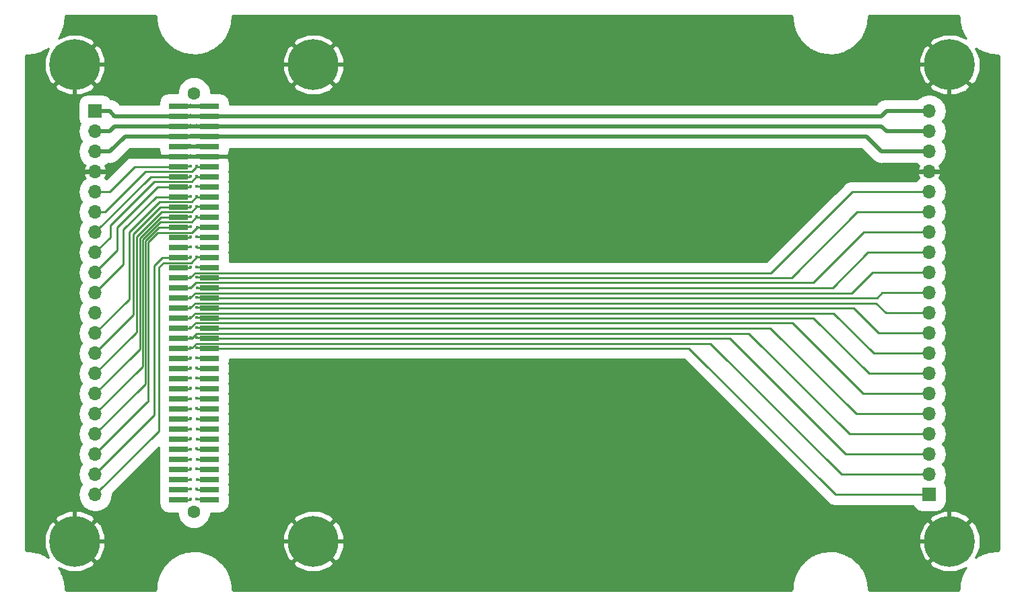
<source format=gbr>
G04 #@! TF.GenerationSoftware,KiCad,Pcbnew,(5.0.0-rc2-dev-107-g49486b83b)*
G04 #@! TF.CreationDate,2018-03-28T00:44:18+08:00*
G04 #@! TF.ProjectId,ebox-basic,65626F782D62617369632E6B69636164,rev?*
G04 #@! TF.SameCoordinates,Original*
G04 #@! TF.FileFunction,Copper,L2,Bot,Signal*
G04 #@! TF.FilePolarity,Positive*
%FSLAX46Y46*%
G04 Gerber Fmt 4.6, Leading zero omitted, Abs format (unit mm)*
G04 Created by KiCad (PCBNEW (5.0.0-rc2-dev-107-g49486b83b)) date 03/28/18 00:44:18*
%MOMM*%
%LPD*%
G01*
G04 APERTURE LIST*
%ADD10C,1.600000*%
%ADD11R,2.400000X0.750000*%
%ADD12C,0.800000*%
%ADD13C,6.400000*%
%ADD14R,1.700000X1.700000*%
%ADD15O,1.700000X1.700000*%
%ADD16C,0.200000*%
%ADD17C,0.400000*%
%ADD18C,0.500000*%
%ADD19C,0.250000*%
%ADD20C,0.254000*%
G04 APERTURE END LIST*
D10*
X22500000Y-63839800D03*
X22500000Y-11122100D03*
D11*
X24450000Y-62265000D03*
X20550000Y-62265000D03*
X24450000Y-60995000D03*
X20550000Y-60995000D03*
X24450000Y-59725000D03*
X20550000Y-59725000D03*
X24450000Y-58455000D03*
X20550000Y-58455000D03*
X24450000Y-57185000D03*
X20550000Y-57185000D03*
X24450000Y-55915000D03*
X20550000Y-55915000D03*
X24450000Y-54645000D03*
X20550000Y-54645000D03*
X24450000Y-53375000D03*
X20550000Y-53375000D03*
X24450000Y-52105000D03*
X20550000Y-52105000D03*
X24450000Y-50835000D03*
X20550000Y-50835000D03*
X24450000Y-49565000D03*
X20550000Y-49565000D03*
X24450000Y-48295000D03*
X20550000Y-48295000D03*
X24450000Y-47025000D03*
X20550000Y-47025000D03*
X24450000Y-45755000D03*
X20550000Y-45755000D03*
X24450000Y-44485000D03*
X20550000Y-44485000D03*
X24450000Y-43215000D03*
X20550000Y-43215000D03*
X24450000Y-41945000D03*
X20550000Y-41945000D03*
X24450000Y-40675000D03*
X20550000Y-40675000D03*
X24450000Y-39405000D03*
X20550000Y-39405000D03*
X24450000Y-38135000D03*
X20550000Y-38135000D03*
X24450000Y-36865000D03*
X20550000Y-36865000D03*
X24450000Y-35595000D03*
X20550000Y-35595000D03*
X24450000Y-34325000D03*
X20550000Y-34325000D03*
X24450000Y-33055000D03*
X20550000Y-33055000D03*
X24450000Y-31785000D03*
X20550000Y-31785000D03*
X24450000Y-30515000D03*
X20550000Y-30515000D03*
X24450000Y-29245000D03*
X20550000Y-29245000D03*
X24450000Y-27975000D03*
X20550000Y-27975000D03*
X24450000Y-26705000D03*
X20550000Y-26705000D03*
X24450000Y-25435000D03*
X20550000Y-25435000D03*
X24450000Y-24165000D03*
X20550000Y-24165000D03*
X24450000Y-22895000D03*
X20550000Y-22895000D03*
X24450000Y-21625000D03*
X20550000Y-21625000D03*
X24450000Y-20355000D03*
X20550000Y-20355000D03*
X24450000Y-19085000D03*
X20550000Y-19085000D03*
X24450000Y-17815000D03*
X20550000Y-17815000D03*
X24450000Y-16545000D03*
X20550000Y-16545000D03*
X24450000Y-15275000D03*
X20550000Y-15275000D03*
X24450000Y-14005000D03*
X20550000Y-14005000D03*
X24450000Y-12735000D03*
X20550000Y-12735000D03*
D10*
X22512700Y-11122100D03*
X22500000Y-63839800D03*
D12*
X9197056Y-5802944D03*
X7500000Y-5100000D03*
X5802944Y-5802944D03*
X5100000Y-7500000D03*
X5802944Y-9197056D03*
X7500000Y-9900000D03*
X9197056Y-9197056D03*
X9900000Y-7500000D03*
D13*
X7500000Y-7500000D03*
D12*
X39197056Y-5802944D03*
X37500000Y-5100000D03*
X35802944Y-5802944D03*
X35100000Y-7500000D03*
X35802944Y-9197056D03*
X37500000Y-9900000D03*
X39197056Y-9197056D03*
X39900000Y-7500000D03*
D13*
X37500000Y-7500000D03*
D12*
X9197056Y-65802944D03*
X7500000Y-65100000D03*
X5802944Y-65802944D03*
X5100000Y-67500000D03*
X5802944Y-69197056D03*
X7500000Y-69900000D03*
X9197056Y-69197056D03*
X9900000Y-67500000D03*
D13*
X7500000Y-67500000D03*
D12*
X39197056Y-65802944D03*
X37500000Y-65100000D03*
X35802944Y-65802944D03*
X35100000Y-67500000D03*
X35802944Y-69197056D03*
X37500000Y-69900000D03*
X39197056Y-69197056D03*
X39900000Y-67500000D03*
D13*
X37500000Y-67500000D03*
D14*
X10060000Y-13370000D03*
D15*
X10060000Y-15910000D03*
X10060000Y-18450000D03*
X10060000Y-20990000D03*
X10060000Y-23530000D03*
X10060000Y-26070000D03*
X10060000Y-28610000D03*
X10060000Y-31150000D03*
X10060000Y-33690000D03*
X10060000Y-36230000D03*
X10060000Y-38770000D03*
X10060000Y-41310000D03*
X10060000Y-43850000D03*
X10060000Y-46390000D03*
X10060000Y-48930000D03*
X10060000Y-51470000D03*
X10060000Y-54010000D03*
X10060000Y-56550000D03*
X10060000Y-59090000D03*
X10060000Y-61630000D03*
X114940000Y-13370000D03*
X114940000Y-15910000D03*
X114940000Y-18450000D03*
X114940000Y-20990000D03*
X114940000Y-23530000D03*
X114940000Y-26070000D03*
X114940000Y-28610000D03*
X114940000Y-31150000D03*
X114940000Y-33690000D03*
X114940000Y-36230000D03*
X114940000Y-38770000D03*
X114940000Y-41310000D03*
X114940000Y-43850000D03*
X114940000Y-46390000D03*
X114940000Y-48930000D03*
X114940000Y-51470000D03*
X114940000Y-54010000D03*
X114940000Y-56550000D03*
X114940000Y-59090000D03*
D14*
X114940000Y-61630000D03*
D13*
X117500000Y-7500000D03*
D12*
X119900000Y-7500000D03*
X119197056Y-9197056D03*
X117500000Y-9900000D03*
X115802944Y-9197056D03*
X115100000Y-7500000D03*
X115802944Y-5802944D03*
X117500000Y-5100000D03*
X119197056Y-5802944D03*
X119197056Y-65802944D03*
X117500000Y-65100000D03*
X115802944Y-65802944D03*
X115100000Y-67500000D03*
X115802944Y-69197056D03*
X117500000Y-69900000D03*
X119197056Y-69197056D03*
X119900000Y-67500000D03*
D13*
X117500000Y-67500000D03*
D16*
X111760000Y-7620000D03*
X15240000Y-7620000D03*
X30480000Y-7620000D03*
X101600000Y-7620000D03*
X91440000Y-7620000D03*
X78740000Y-7620000D03*
X68580000Y-7620000D03*
X55880000Y-7620000D03*
X43180000Y-7620000D03*
X121920000Y-58420000D03*
X121920000Y-50800000D03*
X121920000Y-40640000D03*
X121920000Y-33020000D03*
X121920000Y-25400000D03*
X121920000Y-17780000D03*
X2540000Y-58420000D03*
X2540000Y-53340000D03*
X2540000Y-43180000D03*
X2540000Y-35560000D03*
X2540000Y-25400000D03*
X2540000Y-17780000D03*
X121920000Y-10160000D03*
X121920000Y-66040000D03*
X2540000Y-66040000D03*
X2540000Y-10160000D03*
X15240000Y-66040000D03*
X30480000Y-66040000D03*
X43180000Y-66040000D03*
X55880000Y-66040000D03*
X68580000Y-66040000D03*
X78740000Y-66040000D03*
X88900000Y-66040000D03*
X99060000Y-66040000D03*
X111760000Y-66040000D03*
X78740000Y-60960000D03*
X68580000Y-60960000D03*
X55880000Y-60960000D03*
X43180000Y-60960000D03*
X30480000Y-60960000D03*
X78740000Y-53340000D03*
X68580000Y-53340000D03*
X55880000Y-53340000D03*
X43180000Y-53340000D03*
X30480000Y-53340000D03*
X68580000Y-45720000D03*
X78740000Y-45720000D03*
X55880000Y-45720000D03*
X43180000Y-45720000D03*
X30480000Y-45720000D03*
X91440000Y-30480000D03*
X78740000Y-30480000D03*
X68580000Y-30480000D03*
X55880000Y-30480000D03*
X43180000Y-30480000D03*
X30480000Y-30480000D03*
X101600000Y-20320000D03*
X91440000Y-20320000D03*
X78740000Y-20320000D03*
X68580000Y-20320000D03*
X55880000Y-20320000D03*
X43180000Y-20320000D03*
X30480000Y-20320000D03*
D17*
X22860000Y-19050000D03*
X22860000Y-17780000D03*
X22860000Y-16510000D03*
X22860000Y-15240000D03*
X22860000Y-13970000D03*
X22860000Y-12700000D03*
X22098000Y-19050000D03*
X22098000Y-17780000D03*
X22098000Y-16510000D03*
X22098000Y-15240000D03*
X22098000Y-13970000D03*
X22098000Y-12700000D03*
X22098000Y-21590000D03*
X22098000Y-20320000D03*
X22860000Y-20320000D03*
X22860000Y-21590000D03*
X22098000Y-22860000D03*
X22860000Y-22860000D03*
X22098000Y-24130000D03*
X22860000Y-24130000D03*
X22098000Y-25400000D03*
X22860000Y-25400000D03*
X22098000Y-26670000D03*
X22860000Y-26670000D03*
X22098000Y-27940000D03*
X22895000Y-27975000D03*
X22098000Y-29210000D03*
X22860000Y-29210000D03*
X22098000Y-30480000D03*
X22860000Y-30480000D03*
X22098000Y-31750000D03*
X22860000Y-31750000D03*
X22098000Y-33020000D03*
X22860000Y-33020000D03*
X22098000Y-34290000D03*
X22860000Y-34290000D03*
X22063000Y-35595000D03*
X22895000Y-35595000D03*
X22098000Y-36830000D03*
X22860000Y-36830000D03*
X22098000Y-38100000D03*
X22860000Y-38100000D03*
X22098000Y-39370000D03*
X22860000Y-39370000D03*
X22098000Y-40640000D03*
X22860000Y-40640000D03*
X22098000Y-41910000D03*
X22860000Y-41910000D03*
X22098000Y-43180000D03*
X22860000Y-43180000D03*
X22098000Y-44450000D03*
X22860000Y-44450000D03*
X22098000Y-45720000D03*
X22860000Y-45720000D03*
X22098000Y-46990000D03*
X22860000Y-46990000D03*
X22098000Y-48260000D03*
X22860000Y-48260000D03*
X22063000Y-49565000D03*
X22860000Y-49530000D03*
X22063000Y-50835000D03*
X22860000Y-50800000D03*
X22098000Y-52070000D03*
X22895000Y-52105000D03*
X22063000Y-53375000D03*
X22895000Y-53375000D03*
X22098000Y-54610000D03*
X22895000Y-54645000D03*
X22063000Y-55915000D03*
X22860000Y-55880000D03*
X22063000Y-57185000D03*
X22895000Y-57185000D03*
X22098000Y-58420000D03*
X22860000Y-58420000D03*
X22063000Y-59725000D03*
X22895000Y-59725000D03*
X22895000Y-59725000D03*
X22098000Y-60960000D03*
X22860000Y-60960000D03*
X22098000Y-62230000D03*
X22860000Y-62230000D03*
D18*
X20550000Y-12735000D02*
X22063000Y-12735000D01*
X22063000Y-12735000D02*
X22098000Y-12700000D01*
X109565440Y-13370000D02*
X111551720Y-13370000D01*
X111551720Y-13370000D02*
X114940000Y-13370000D01*
X24450000Y-14005000D02*
X108930440Y-14005000D01*
X108930440Y-14005000D02*
X109565440Y-13370000D01*
X20550000Y-14005000D02*
X22063000Y-14005000D01*
X22063000Y-14005000D02*
X22098000Y-13970000D01*
X24450000Y-16545000D02*
X107037580Y-16545000D01*
X107037580Y-16545000D02*
X108942580Y-18450000D01*
X108942580Y-18450000D02*
X110721140Y-18450000D01*
X110721140Y-18450000D02*
X114940000Y-18450000D01*
X24450000Y-16545000D02*
X20550000Y-16545000D01*
X22860000Y-16510000D02*
X24415000Y-16510000D01*
X24415000Y-16510000D02*
X24450000Y-16545000D01*
X22098000Y-16510000D02*
X22860000Y-16510000D01*
X20550000Y-16545000D02*
X22063000Y-16545000D01*
X22063000Y-16545000D02*
X22098000Y-16510000D01*
X22860000Y-17780000D02*
X24415000Y-17780000D01*
X24415000Y-17780000D02*
X24450000Y-17815000D01*
X22098000Y-17780000D02*
X20585000Y-17780000D01*
X20585000Y-17780000D02*
X20550000Y-17815000D01*
X20550000Y-17815000D02*
X24450000Y-17815000D01*
D19*
X22098000Y-34290000D02*
X22663001Y-33724999D01*
X22663001Y-33724999D02*
X95057521Y-33724999D01*
X95057521Y-33724999D02*
X105252520Y-23530000D01*
X105252520Y-23530000D02*
X114940000Y-23530000D01*
X24450000Y-34325000D02*
X80817720Y-34325000D01*
X105898240Y-26070000D02*
X97643240Y-34325000D01*
X97643240Y-34325000D02*
X80817720Y-34325000D01*
X114940000Y-26070000D02*
X105898240Y-26070000D01*
X114940000Y-28610000D02*
X106721200Y-28610000D01*
X106721200Y-28610000D02*
X100383340Y-34947860D01*
X100383340Y-34947860D02*
X22710140Y-34947860D01*
X22710140Y-34947860D02*
X22063000Y-35595000D01*
X24450000Y-35595000D02*
X98750120Y-35595000D01*
X107269840Y-31150000D02*
X102824840Y-35595000D01*
X102824840Y-35595000D02*
X98750120Y-35595000D01*
X114940000Y-31150000D02*
X107269840Y-31150000D01*
X114940000Y-33690000D02*
X107790540Y-33690000D01*
X107790540Y-33690000D02*
X105215541Y-36264999D01*
X105215541Y-36264999D02*
X22663001Y-36264999D01*
X22663001Y-36264999D02*
X22098000Y-36830000D01*
X24450000Y-36865000D02*
X104289860Y-36865000D01*
X109017360Y-36230000D02*
X108382360Y-36865000D01*
X108382360Y-36865000D02*
X104289860Y-36865000D01*
X114940000Y-36230000D02*
X109017360Y-36230000D01*
X22663001Y-37534999D02*
X108277660Y-37534999D01*
X114940000Y-38770000D02*
X109512661Y-38770000D01*
X109512661Y-38770000D02*
X108277660Y-37534999D01*
X24450000Y-38135000D02*
X105415080Y-38135000D01*
X114940000Y-41310000D02*
X108590080Y-41310000D01*
X108590080Y-41310000D02*
X105415080Y-38135000D01*
X114940000Y-43850000D02*
X107974840Y-43850000D01*
X107974840Y-43850000D02*
X102929839Y-38804999D01*
X102929839Y-38804999D02*
X22663001Y-38804999D01*
X22663001Y-38804999D02*
X22098000Y-39370000D01*
X24450000Y-39405000D02*
X98254820Y-39405000D01*
X107380480Y-46390000D02*
X100395480Y-39405000D01*
X100395480Y-39405000D02*
X98254820Y-39405000D01*
X114940000Y-46390000D02*
X107380480Y-46390000D01*
X114940000Y-48930000D02*
X106651500Y-48930000D01*
X106651500Y-48930000D02*
X97726501Y-40005001D01*
X97726501Y-40005001D02*
X22732999Y-40005001D01*
X22732999Y-40005001D02*
X22098000Y-40640000D01*
X24450000Y-40675000D02*
X92196920Y-40675000D01*
X105782820Y-51470000D02*
X94987820Y-40675000D01*
X94987820Y-40675000D02*
X92196920Y-40675000D01*
X114940000Y-51470000D02*
X105782820Y-51470000D01*
X114940000Y-54010000D02*
X104947160Y-54010000D01*
X104947160Y-54010000D02*
X92282159Y-41344999D01*
X92282159Y-41344999D02*
X22795999Y-41344999D01*
X22795999Y-41344999D02*
X22195998Y-41945000D01*
X22195998Y-41945000D02*
X20550000Y-41945000D01*
X114940000Y-59090000D02*
X103898140Y-59090000D01*
X103898140Y-59090000D02*
X87423139Y-42614999D01*
X87423139Y-42614999D02*
X22795999Y-42614999D01*
X22795999Y-42614999D02*
X22230998Y-43180000D01*
X22230998Y-43180000D02*
X22098000Y-43180000D01*
X114940000Y-61630000D02*
X103136140Y-61630000D01*
X103136140Y-61630000D02*
X84721140Y-43215000D01*
X84721140Y-43215000D02*
X81353660Y-43215000D01*
X81353660Y-43215000D02*
X24450000Y-43215000D01*
D18*
X24450000Y-19085000D02*
X106455920Y-19085000D01*
X106455920Y-19085000D02*
X108360920Y-20990000D01*
X108360920Y-20990000D02*
X110975140Y-20990000D01*
X110975140Y-20990000D02*
X114940000Y-20990000D01*
X37500000Y-7500000D02*
X7500000Y-7500000D01*
X22860000Y-19050000D02*
X24415000Y-19050000D01*
X24415000Y-19050000D02*
X24450000Y-19085000D01*
X20550000Y-19085000D02*
X22063000Y-19085000D01*
X22063000Y-19085000D02*
X22098000Y-19050000D01*
X114940000Y-15910000D02*
X109567420Y-15910000D01*
X109567420Y-15910000D02*
X108932420Y-15275000D01*
X24450000Y-15275000D02*
X106608880Y-15275000D01*
X108932420Y-15275000D02*
X106608880Y-15275000D01*
X24450000Y-15275000D02*
X22895000Y-15275000D01*
X22895000Y-15275000D02*
X22860000Y-15240000D01*
X20550000Y-15275000D02*
X22063000Y-15275000D01*
X22063000Y-15275000D02*
X22098000Y-15240000D01*
X20700000Y-12735000D02*
X24300000Y-12735000D01*
X10060000Y-13370000D02*
X11891720Y-13370000D01*
X11891720Y-13370000D02*
X12526720Y-14005000D01*
X12526720Y-14005000D02*
X13591540Y-14005000D01*
X13591540Y-14005000D02*
X20550000Y-14005000D01*
X24300000Y-14005000D02*
X20700000Y-14005000D01*
X15742920Y-16545000D02*
X20550000Y-16545000D01*
X11913160Y-18450000D02*
X13818160Y-16545000D01*
X13818160Y-16545000D02*
X15742920Y-16545000D01*
X10060000Y-18450000D02*
X11913160Y-18450000D01*
X24300000Y-16545000D02*
X20700000Y-16545000D01*
X20700000Y-17815000D02*
X24300000Y-17815000D01*
D19*
X11890300Y-23530000D02*
X15065300Y-20355000D01*
X15065300Y-20355000D02*
X20550000Y-20355000D01*
X10060000Y-23530000D02*
X11890300Y-23530000D01*
X10060000Y-26070000D02*
X11262081Y-26070000D01*
X11262081Y-26070000D02*
X16377080Y-20955001D01*
X16377080Y-20955001D02*
X22224999Y-20955001D01*
X22224999Y-20955001D02*
X22660001Y-20519999D01*
X22660001Y-20519999D02*
X22860000Y-20320000D01*
X10060000Y-28610000D02*
X17045000Y-21625000D01*
X17045000Y-21625000D02*
X20550000Y-21625000D01*
X20550000Y-21625000D02*
X22000000Y-21625000D01*
X22860000Y-21590000D02*
X22224999Y-22225001D01*
X22224999Y-22225001D02*
X17492979Y-22225001D01*
X17492979Y-22225001D02*
X11991340Y-27726640D01*
X11991340Y-27726640D02*
X11991340Y-29218660D01*
X11991340Y-29218660D02*
X10060000Y-31150000D01*
X10060000Y-33690000D02*
X12853440Y-30896560D01*
X17935500Y-22895000D02*
X12853440Y-27977060D01*
X12853440Y-27977060D02*
X12853440Y-30896560D01*
X20550000Y-22895000D02*
X17935500Y-22895000D01*
X10060000Y-36230000D02*
X13615440Y-32674560D01*
X17737380Y-24165000D02*
X13615440Y-28286940D01*
X13615440Y-28286940D02*
X13615440Y-32674560D01*
X20550000Y-24165000D02*
X17737380Y-24165000D01*
X10060000Y-36230000D02*
X10909999Y-35380001D01*
X10060000Y-41310000D02*
X14353540Y-37016460D01*
X14353540Y-37016460D02*
X14353540Y-28547060D01*
X14353540Y-28547060D02*
X18135599Y-24765001D01*
X18135599Y-24765001D02*
X22224999Y-24765001D01*
X22224999Y-24765001D02*
X22860000Y-24130000D01*
X14874240Y-39035760D02*
X10909999Y-43000001D01*
X18240300Y-25435000D02*
X14874240Y-28801060D01*
X14874240Y-28801060D02*
X14874240Y-39035760D01*
X20550000Y-25435000D02*
X18240300Y-25435000D01*
X10909999Y-43000001D02*
X10060000Y-43850000D01*
X22860000Y-25400000D02*
X22224999Y-26035001D01*
X22224999Y-26035001D02*
X18422619Y-26035001D01*
X18422619Y-26035001D02*
X15323820Y-29133800D01*
X15323820Y-29133800D02*
X15323820Y-41126180D01*
X15323820Y-41126180D02*
X15156180Y-41293820D01*
X15156180Y-41293820D02*
X10060000Y-46390000D01*
X14935200Y-44054800D02*
X10060000Y-48930000D01*
X18346980Y-26705000D02*
X15673830Y-29378150D01*
X15673830Y-29378150D02*
X15673830Y-43316170D01*
X15673830Y-43316170D02*
X14935200Y-44054800D01*
X20550000Y-26705000D02*
X18346980Y-26705000D01*
X22860000Y-26670000D02*
X22224999Y-27305001D01*
X22224999Y-27305001D02*
X18241967Y-27305001D01*
X18241967Y-27305001D02*
X16023840Y-29523128D01*
X16023840Y-29523128D02*
X16023840Y-45506160D01*
X16023840Y-45506160D02*
X15854680Y-45675320D01*
X15854680Y-45675320D02*
X10060000Y-51470000D01*
X16013200Y-48056800D02*
X10060000Y-54010000D01*
X18066956Y-27975000D02*
X16373850Y-29668106D01*
X16373850Y-29668106D02*
X16373850Y-47696150D01*
X16373850Y-47696150D02*
X16013200Y-48056800D01*
X20550000Y-27975000D02*
X18066956Y-27975000D01*
X22895000Y-27975000D02*
X22225001Y-28644999D01*
X22225001Y-28644999D02*
X17910661Y-28644999D01*
X17910661Y-28644999D02*
X16723860Y-29831800D01*
X16723860Y-29831800D02*
X16723860Y-49886140D01*
X16723860Y-49886140D02*
X16586200Y-50023800D01*
X16586200Y-50023800D02*
X10060000Y-56550000D01*
X17513300Y-33233360D02*
X17513300Y-51636700D01*
X18508980Y-31785000D02*
X19141440Y-31785000D01*
X17513300Y-33233360D02*
X17513300Y-32780680D01*
X17513300Y-32780680D02*
X18508980Y-31785000D01*
X17513300Y-51636700D02*
X16329660Y-52820340D01*
X20550000Y-31785000D02*
X19141440Y-31785000D01*
X16329660Y-52820340D02*
X10060000Y-59090000D01*
X10060000Y-61630000D02*
X18077180Y-53612820D01*
X18077180Y-53612820D02*
X18077180Y-33023959D01*
X18077180Y-33023959D02*
X18646140Y-32454999D01*
X18646140Y-32454999D02*
X22155001Y-32454999D01*
X22155001Y-32454999D02*
X22860000Y-31750000D01*
X22098000Y-38100000D02*
X22663001Y-37534999D01*
X89849400Y-41945000D02*
X104454400Y-56550000D01*
X104454400Y-56550000D02*
X114940000Y-56550000D01*
X24450000Y-41945000D02*
X89849400Y-41945000D01*
D18*
X117500000Y-20995640D02*
X117494360Y-20990000D01*
X117494360Y-20990000D02*
X114940000Y-20990000D01*
X117500000Y-20995640D02*
X117500000Y-67500000D01*
X117500000Y-7500000D02*
X117500000Y-20995640D01*
X7500000Y-67500000D02*
X12025483Y-67500000D01*
X12025483Y-67500000D02*
X37500000Y-67500000D01*
X7500000Y-20990560D02*
X7500560Y-20990000D01*
X7500560Y-20990000D02*
X10060000Y-20990000D01*
X7500000Y-20990560D02*
X7500000Y-67500000D01*
X7500000Y-7500000D02*
X7500000Y-20990560D01*
X7500000Y-7500000D02*
X117500000Y-7500000D01*
X12025483Y-67500000D02*
X117500000Y-67500000D01*
X13830300Y-19085000D02*
X20550000Y-19085000D01*
X10060000Y-20990000D02*
X11925300Y-20990000D01*
X11925300Y-20990000D02*
X13830300Y-19085000D01*
X24300000Y-19085000D02*
X20700000Y-19085000D01*
X10060000Y-15910000D02*
X11857280Y-15910000D01*
X11857280Y-15910000D02*
X12492280Y-15275000D01*
X12492280Y-15275000D02*
X18850000Y-15275000D01*
X18850000Y-15275000D02*
X20550000Y-15275000D01*
X20700000Y-15275000D02*
X24300000Y-15275000D01*
D19*
X22098000Y-20320000D02*
X20735000Y-20320000D01*
X20735000Y-20320000D02*
X20700000Y-20355000D01*
X22895000Y-20355000D02*
X22860000Y-20320000D01*
X24300000Y-20355000D02*
X22895000Y-20355000D01*
X20700000Y-21625000D02*
X22000000Y-21625000D01*
X22895000Y-21625000D02*
X22860000Y-21590000D01*
X24300000Y-21625000D02*
X22895000Y-21625000D01*
X22063000Y-22895000D02*
X22098000Y-22860000D01*
X20700000Y-22895000D02*
X22063000Y-22895000D01*
X22860000Y-22860000D02*
X24265000Y-22860000D01*
X24265000Y-22860000D02*
X24300000Y-22895000D01*
X22098000Y-24130000D02*
X20735000Y-24130000D01*
X20735000Y-24130000D02*
X20700000Y-24165000D01*
X22895000Y-24165000D02*
X22860000Y-24130000D01*
X24300000Y-24165000D02*
X22895000Y-24165000D01*
X22063000Y-25435000D02*
X22098000Y-25400000D01*
X20700000Y-25435000D02*
X22063000Y-25435000D01*
X22860000Y-25400000D02*
X24265000Y-25400000D01*
X24265000Y-25400000D02*
X24300000Y-25435000D01*
X22098000Y-26670000D02*
X20735000Y-26670000D01*
X20735000Y-26670000D02*
X20700000Y-26705000D01*
X22895000Y-26705000D02*
X22860000Y-26670000D01*
X24300000Y-26705000D02*
X22895000Y-26705000D01*
X22098000Y-27940000D02*
X20735000Y-27940000D01*
X20735000Y-27940000D02*
X20700000Y-27975000D01*
X24300000Y-27975000D02*
X22895000Y-27975000D01*
X22063000Y-29245000D02*
X22098000Y-29210000D01*
X20700000Y-29245000D02*
X22063000Y-29245000D01*
X22860000Y-29210000D02*
X24265000Y-29210000D01*
X24265000Y-29210000D02*
X24300000Y-29245000D01*
X22098000Y-30480000D02*
X20735000Y-30480000D01*
X20735000Y-30480000D02*
X20700000Y-30515000D01*
X22895000Y-30515000D02*
X22860000Y-30480000D01*
X24300000Y-30515000D02*
X22895000Y-30515000D01*
X22063000Y-31785000D02*
X22098000Y-31750000D01*
X20700000Y-31785000D02*
X22063000Y-31785000D01*
X22860000Y-31750000D02*
X24265000Y-31750000D01*
X24265000Y-31750000D02*
X24300000Y-31785000D01*
X22063000Y-33055000D02*
X22098000Y-33020000D01*
X20700000Y-33055000D02*
X22063000Y-33055000D01*
X22860000Y-33020000D02*
X24265000Y-33020000D01*
X24265000Y-33020000D02*
X24300000Y-33055000D01*
X22063000Y-34325000D02*
X22098000Y-34290000D01*
X20700000Y-34325000D02*
X22063000Y-34325000D01*
X22860000Y-34290000D02*
X24265000Y-34290000D01*
X24265000Y-34290000D02*
X24300000Y-34325000D01*
X22063000Y-35595000D02*
X20700000Y-35595000D01*
X22895000Y-35595000D02*
X24300000Y-35595000D01*
X22063000Y-36865000D02*
X22098000Y-36830000D01*
X20700000Y-36865000D02*
X22063000Y-36865000D01*
X22860000Y-36830000D02*
X24265000Y-36830000D01*
X24265000Y-36830000D02*
X24300000Y-36865000D01*
X22063000Y-38135000D02*
X22098000Y-38100000D01*
X20700000Y-38135000D02*
X22063000Y-38135000D01*
X22860000Y-38100000D02*
X24265000Y-38100000D01*
X24265000Y-38100000D02*
X24300000Y-38135000D01*
X22063000Y-39405000D02*
X22098000Y-39370000D01*
X20700000Y-39405000D02*
X22063000Y-39405000D01*
X22860000Y-39370000D02*
X24265000Y-39370000D01*
X24265000Y-39370000D02*
X24300000Y-39405000D01*
X22063000Y-40675000D02*
X22098000Y-40640000D01*
X20700000Y-40675000D02*
X22063000Y-40675000D01*
X22860000Y-40640000D02*
X24265000Y-40640000D01*
X24265000Y-40640000D02*
X24300000Y-40675000D01*
X22063000Y-41945000D02*
X22098000Y-41910000D01*
X20700000Y-41945000D02*
X22063000Y-41945000D01*
X22860000Y-41910000D02*
X24265000Y-41910000D01*
X24265000Y-41910000D02*
X24300000Y-41945000D01*
X22063000Y-43215000D02*
X22098000Y-43180000D01*
X20700000Y-43215000D02*
X22063000Y-43215000D01*
X22860000Y-43180000D02*
X24265000Y-43180000D01*
X24265000Y-43180000D02*
X24300000Y-43215000D01*
X22063000Y-44485000D02*
X22098000Y-44450000D01*
X20700000Y-44485000D02*
X22063000Y-44485000D01*
X22860000Y-44450000D02*
X24265000Y-44450000D01*
X24265000Y-44450000D02*
X24300000Y-44485000D01*
X22063000Y-45755000D02*
X22098000Y-45720000D01*
X20700000Y-45755000D02*
X22063000Y-45755000D01*
X22895000Y-45755000D02*
X22860000Y-45720000D01*
X24300000Y-45755000D02*
X22895000Y-45755000D01*
X22098000Y-46990000D02*
X20735000Y-46990000D01*
X20735000Y-46990000D02*
X20700000Y-47025000D01*
X22860000Y-46990000D02*
X24265000Y-46990000D01*
X24265000Y-46990000D02*
X24300000Y-47025000D01*
X22063000Y-48295000D02*
X22098000Y-48260000D01*
X20700000Y-48295000D02*
X22063000Y-48295000D01*
X22860000Y-48260000D02*
X24265000Y-48260000D01*
X24265000Y-48260000D02*
X24300000Y-48295000D01*
X20700000Y-49565000D02*
X22063000Y-49565000D01*
X22860000Y-49530000D02*
X24265000Y-49530000D01*
X24265000Y-49530000D02*
X24300000Y-49565000D01*
X20700000Y-50835000D02*
X22063000Y-50835000D01*
X22895000Y-50835000D02*
X22860000Y-50800000D01*
X24300000Y-50835000D02*
X22895000Y-50835000D01*
X22063000Y-52105000D02*
X22098000Y-52070000D01*
X20700000Y-52105000D02*
X22063000Y-52105000D01*
X22895000Y-52105000D02*
X24300000Y-52105000D01*
X22063000Y-53375000D02*
X20700000Y-53375000D01*
X24300000Y-53375000D02*
X22895000Y-53375000D01*
X22063000Y-54645000D02*
X22098000Y-54610000D01*
X20700000Y-54645000D02*
X22063000Y-54645000D01*
X24300000Y-54645000D02*
X22895000Y-54645000D01*
X20700000Y-55915000D02*
X22063000Y-55915000D01*
X22895000Y-55915000D02*
X22860000Y-55880000D01*
X24300000Y-55915000D02*
X22895000Y-55915000D01*
X20700000Y-57185000D02*
X22063000Y-57185000D01*
X24300000Y-57185000D02*
X22895000Y-57185000D01*
X22063000Y-58455000D02*
X22098000Y-58420000D01*
X20700000Y-58455000D02*
X22063000Y-58455000D01*
X22860000Y-58420000D02*
X24265000Y-58420000D01*
X24265000Y-58420000D02*
X24300000Y-58455000D01*
X20700000Y-59725000D02*
X22063000Y-59725000D01*
X24300000Y-59725000D02*
X22895000Y-59725000D01*
X22098000Y-60960000D02*
X20735000Y-60960000D01*
X20735000Y-60960000D02*
X20700000Y-60995000D01*
X22895000Y-60995000D02*
X22860000Y-60960000D01*
X24300000Y-60995000D02*
X22895000Y-60995000D01*
X22063000Y-62265000D02*
X22098000Y-62230000D01*
X20700000Y-62265000D02*
X22063000Y-62265000D01*
X22860000Y-62230000D02*
X24265000Y-62230000D01*
X24265000Y-62230000D02*
X24300000Y-62265000D01*
D20*
G36*
X17532206Y-1292585D02*
X17560849Y-1298673D01*
X17588351Y-1308683D01*
X17614212Y-1322434D01*
X17637892Y-1339639D01*
X17658952Y-1359976D01*
X17676980Y-1383051D01*
X17691618Y-1408404D01*
X17702588Y-1435555D01*
X17709669Y-1463956D01*
X17716784Y-1531653D01*
X17716784Y-1545317D01*
X17725310Y-1789465D01*
X17727661Y-1811833D01*
X17727661Y-1834323D01*
X17737051Y-1923662D01*
X17805008Y-2407205D01*
X17814351Y-2451161D01*
X17820607Y-2495674D01*
X17842336Y-2582821D01*
X17842339Y-2582835D01*
X17842340Y-2582837D01*
X17976933Y-3052217D01*
X17992300Y-3094439D01*
X18004691Y-3137650D01*
X18038343Y-3220941D01*
X18236950Y-3667020D01*
X18258049Y-3706701D01*
X18276330Y-3747761D01*
X18321246Y-3825558D01*
X18580004Y-4239656D01*
X18606422Y-4276017D01*
X18630236Y-4314127D01*
X18685541Y-4384915D01*
X18999411Y-4758971D01*
X19030628Y-4791296D01*
X19059519Y-4825728D01*
X19124139Y-4888130D01*
X19487013Y-5214865D01*
X19522432Y-5242537D01*
X19555829Y-5272608D01*
X19628504Y-5325410D01*
X20033319Y-5598461D01*
X20072246Y-5620935D01*
X20109501Y-5646064D01*
X20188818Y-5688238D01*
X20627695Y-5902292D01*
X20669366Y-5919128D01*
X20709757Y-5938828D01*
X20794171Y-5969552D01*
X21258567Y-6120444D01*
X21302173Y-6131316D01*
X21344918Y-6145205D01*
X21432787Y-6163882D01*
X21913663Y-6248674D01*
X21958354Y-6253371D01*
X22002622Y-6261177D01*
X22092229Y-6267443D01*
X22092235Y-6267443D01*
X22580233Y-6284484D01*
X22625149Y-6282916D01*
X22670064Y-6284484D01*
X22759677Y-6278218D01*
X23245298Y-6227177D01*
X23289556Y-6219373D01*
X23334254Y-6214675D01*
X23422122Y-6195998D01*
X23895912Y-6077869D01*
X23938657Y-6063980D01*
X23982264Y-6053108D01*
X24066661Y-6022389D01*
X24066677Y-6022384D01*
X24066684Y-6022381D01*
X24519418Y-5839464D01*
X24559804Y-5819766D01*
X24601481Y-5802928D01*
X24680798Y-5760754D01*
X25103674Y-5516607D01*
X25140931Y-5491477D01*
X25179857Y-5469003D01*
X25252532Y-5416201D01*
X25637314Y-5115576D01*
X25670706Y-5085510D01*
X25706127Y-5057836D01*
X25770746Y-4995433D01*
X25998981Y-4759090D01*
X34938695Y-4759090D01*
X37500000Y-7320395D01*
X40061305Y-4759090D01*
X39694360Y-4263657D01*
X38288829Y-3670264D01*
X36763207Y-3659913D01*
X35349754Y-4234181D01*
X35305640Y-4263657D01*
X34938695Y-4759090D01*
X25998981Y-4759090D01*
X26109946Y-4644183D01*
X26138835Y-4609754D01*
X26170057Y-4577423D01*
X26225363Y-4506634D01*
X26512374Y-4111595D01*
X26536191Y-4073480D01*
X26562605Y-4037124D01*
X26607521Y-3959328D01*
X26836762Y-3528189D01*
X26855040Y-3487137D01*
X26876142Y-3447449D01*
X26909793Y-3364159D01*
X27076800Y-2905312D01*
X27089188Y-2862109D01*
X27104560Y-2819876D01*
X27126292Y-2732713D01*
X27227814Y-2255088D01*
X27234068Y-2210587D01*
X27243413Y-2166623D01*
X27252803Y-2077283D01*
X27286865Y-1590178D01*
X27286865Y-1590176D01*
X27295185Y-1471194D01*
X27301273Y-1442551D01*
X27311283Y-1415049D01*
X27325034Y-1389188D01*
X27342239Y-1365508D01*
X27362576Y-1344448D01*
X27385651Y-1326420D01*
X27411004Y-1311782D01*
X27438155Y-1300812D01*
X27466556Y-1293731D01*
X27526793Y-1287400D01*
X97458055Y-1287400D01*
X97532206Y-1292585D01*
X97560849Y-1298673D01*
X97588351Y-1308683D01*
X97614212Y-1322434D01*
X97637892Y-1339639D01*
X97658952Y-1359976D01*
X97676980Y-1383051D01*
X97691618Y-1408404D01*
X97702588Y-1435555D01*
X97709669Y-1463956D01*
X97716784Y-1531653D01*
X97716784Y-1545317D01*
X97725310Y-1789465D01*
X97727661Y-1811833D01*
X97727661Y-1834323D01*
X97737051Y-1923662D01*
X97805008Y-2407205D01*
X97814351Y-2451161D01*
X97820607Y-2495674D01*
X97842336Y-2582821D01*
X97842339Y-2582835D01*
X97842340Y-2582837D01*
X97976933Y-3052217D01*
X97992300Y-3094439D01*
X98004691Y-3137650D01*
X98038343Y-3220941D01*
X98236950Y-3667020D01*
X98258049Y-3706701D01*
X98276330Y-3747761D01*
X98321246Y-3825558D01*
X98580004Y-4239656D01*
X98606422Y-4276017D01*
X98630236Y-4314127D01*
X98685541Y-4384915D01*
X98999411Y-4758971D01*
X99030628Y-4791296D01*
X99059519Y-4825728D01*
X99124139Y-4888130D01*
X99487013Y-5214865D01*
X99522432Y-5242537D01*
X99555829Y-5272608D01*
X99628504Y-5325410D01*
X100033319Y-5598461D01*
X100072246Y-5620935D01*
X100109501Y-5646064D01*
X100188818Y-5688238D01*
X100627695Y-5902292D01*
X100669366Y-5919128D01*
X100709757Y-5938828D01*
X100794171Y-5969552D01*
X101258567Y-6120444D01*
X101302173Y-6131316D01*
X101344918Y-6145205D01*
X101432787Y-6163882D01*
X101913663Y-6248674D01*
X101958354Y-6253371D01*
X102002622Y-6261177D01*
X102092229Y-6267443D01*
X102092235Y-6267443D01*
X102580233Y-6284484D01*
X102625149Y-6282916D01*
X102670064Y-6284484D01*
X102759677Y-6278218D01*
X103245298Y-6227177D01*
X103289556Y-6219373D01*
X103334254Y-6214675D01*
X103422122Y-6195998D01*
X103895912Y-6077869D01*
X103938657Y-6063980D01*
X103982264Y-6053108D01*
X104066661Y-6022389D01*
X104066677Y-6022384D01*
X104066684Y-6022381D01*
X104519418Y-5839464D01*
X104559804Y-5819766D01*
X104601481Y-5802928D01*
X104680798Y-5760754D01*
X105103674Y-5516607D01*
X105140931Y-5491477D01*
X105179857Y-5469003D01*
X105252532Y-5416201D01*
X105637314Y-5115576D01*
X105670706Y-5085510D01*
X105706127Y-5057836D01*
X105770746Y-4995433D01*
X106109946Y-4644183D01*
X106138835Y-4609754D01*
X106170057Y-4577423D01*
X106225363Y-4506634D01*
X106512374Y-4111595D01*
X106536191Y-4073480D01*
X106562605Y-4037124D01*
X106607521Y-3959328D01*
X106836762Y-3528189D01*
X106855040Y-3487137D01*
X106876142Y-3447449D01*
X106909793Y-3364159D01*
X107076800Y-2905312D01*
X107089188Y-2862109D01*
X107104560Y-2819876D01*
X107126292Y-2732713D01*
X107227814Y-2255088D01*
X107234068Y-2210587D01*
X107243413Y-2166623D01*
X107252803Y-2077283D01*
X107286865Y-1590178D01*
X107286865Y-1590176D01*
X107295185Y-1471194D01*
X107301273Y-1442551D01*
X107311283Y-1415049D01*
X107325034Y-1389188D01*
X107342239Y-1365508D01*
X107362576Y-1344448D01*
X107385651Y-1326420D01*
X107411004Y-1311782D01*
X107438155Y-1300812D01*
X107466556Y-1293731D01*
X107526793Y-1287400D01*
X118458055Y-1287400D01*
X118532206Y-1292585D01*
X118560849Y-1298673D01*
X118588351Y-1308683D01*
X118614212Y-1322434D01*
X118637892Y-1339639D01*
X118658952Y-1359976D01*
X118676980Y-1383051D01*
X118691618Y-1408404D01*
X118702588Y-1435555D01*
X118709669Y-1463956D01*
X118716263Y-1526695D01*
X118718328Y-1645009D01*
X118719309Y-1656218D01*
X118718916Y-1667464D01*
X118725182Y-1757077D01*
X118776223Y-2242698D01*
X118784027Y-2286956D01*
X118788725Y-2331654D01*
X118807402Y-2419522D01*
X118925531Y-2893312D01*
X118939420Y-2936057D01*
X118950292Y-2979664D01*
X118981011Y-3064061D01*
X118981016Y-3064077D01*
X118981019Y-3064084D01*
X119163936Y-3516818D01*
X119183634Y-3557204D01*
X119200472Y-3598881D01*
X119242646Y-3678198D01*
X119486793Y-4101074D01*
X119511923Y-4138331D01*
X119534397Y-4177257D01*
X119554169Y-4204471D01*
X118288829Y-3670264D01*
X116763207Y-3659913D01*
X115349754Y-4234181D01*
X115305640Y-4263657D01*
X114938695Y-4759090D01*
X117500000Y-7320395D01*
X117514143Y-7306253D01*
X117693748Y-7485858D01*
X117679605Y-7500000D01*
X120240910Y-10061305D01*
X120736343Y-9694360D01*
X121329736Y-8288829D01*
X121340087Y-6763207D01*
X120805298Y-5446923D01*
X120891805Y-5509774D01*
X120929920Y-5533591D01*
X120966276Y-5560005D01*
X121044069Y-5604919D01*
X121044075Y-5604923D01*
X121044080Y-5604925D01*
X121475211Y-5834162D01*
X121516263Y-5852440D01*
X121555951Y-5873542D01*
X121639241Y-5907193D01*
X122098088Y-6074200D01*
X122141291Y-6086588D01*
X122183524Y-6101960D01*
X122270679Y-6123690D01*
X122270686Y-6123692D01*
X122270689Y-6123692D01*
X122748312Y-6225214D01*
X122792813Y-6231468D01*
X122836777Y-6240813D01*
X122926117Y-6250203D01*
X123413222Y-6284265D01*
X123413223Y-6284265D01*
X123532206Y-6292585D01*
X123560849Y-6298673D01*
X123588351Y-6308683D01*
X123614212Y-6322434D01*
X123637892Y-6339639D01*
X123658952Y-6359976D01*
X123676980Y-6383051D01*
X123691618Y-6408404D01*
X123702588Y-6435555D01*
X123709669Y-6463956D01*
X123716000Y-6524193D01*
X123716001Y-68455441D01*
X123710815Y-68529605D01*
X123704727Y-68558248D01*
X123694716Y-68585753D01*
X123680967Y-68611611D01*
X123663763Y-68635291D01*
X123643420Y-68656356D01*
X123620351Y-68674379D01*
X123594997Y-68689017D01*
X123567844Y-68699988D01*
X123539443Y-68707069D01*
X123476705Y-68713663D01*
X123358392Y-68715728D01*
X123347182Y-68716709D01*
X123335936Y-68716316D01*
X123246323Y-68722582D01*
X122760702Y-68773623D01*
X122716444Y-68781427D01*
X122671746Y-68786125D01*
X122583877Y-68804802D01*
X122110088Y-68922931D01*
X122067342Y-68936820D01*
X122023736Y-68947692D01*
X121939322Y-68978416D01*
X121486582Y-69161336D01*
X121446196Y-69181034D01*
X121404519Y-69197872D01*
X121325202Y-69240046D01*
X120902326Y-69484193D01*
X120865072Y-69509321D01*
X120826144Y-69531796D01*
X120795609Y-69553981D01*
X121329736Y-68288829D01*
X121340087Y-66763207D01*
X120765819Y-65349754D01*
X120736343Y-65305640D01*
X120240910Y-64938695D01*
X117679605Y-67500000D01*
X117693748Y-67514143D01*
X117514143Y-67693748D01*
X117500000Y-67679605D01*
X114938695Y-70240910D01*
X115305640Y-70736343D01*
X116711171Y-71329736D01*
X118236793Y-71340087D01*
X119555221Y-70804427D01*
X119493625Y-70889206D01*
X119469808Y-70927322D01*
X119443395Y-70963676D01*
X119398479Y-71041473D01*
X119169238Y-71472611D01*
X119150961Y-71513662D01*
X119129858Y-71553351D01*
X119096207Y-71636641D01*
X118929200Y-72095488D01*
X118916813Y-72138688D01*
X118901440Y-72180924D01*
X118879708Y-72268088D01*
X118778186Y-72745712D01*
X118771931Y-72790216D01*
X118762587Y-72834178D01*
X118753197Y-72923517D01*
X118719135Y-73410623D01*
X118710815Y-73529605D01*
X118704727Y-73558248D01*
X118694716Y-73585753D01*
X118680967Y-73611611D01*
X118663763Y-73635291D01*
X118643420Y-73656356D01*
X118620351Y-73674379D01*
X118594997Y-73689017D01*
X118567844Y-73699988D01*
X118539443Y-73707069D01*
X118479206Y-73713400D01*
X107547945Y-73713400D01*
X107473795Y-73708215D01*
X107445152Y-73702127D01*
X107417647Y-73692116D01*
X107391789Y-73678367D01*
X107368109Y-73661163D01*
X107347044Y-73640820D01*
X107329021Y-73617751D01*
X107314383Y-73592397D01*
X107303412Y-73565244D01*
X107296331Y-73536843D01*
X107289216Y-73469147D01*
X107289216Y-73455484D01*
X107280690Y-73211335D01*
X107278339Y-73188967D01*
X107278339Y-73166477D01*
X107268949Y-73077138D01*
X107200992Y-72593595D01*
X107191649Y-72549639D01*
X107185393Y-72505126D01*
X107163661Y-72417963D01*
X107029067Y-71948583D01*
X107013700Y-71906361D01*
X107001309Y-71863150D01*
X106967657Y-71779859D01*
X106769050Y-71333780D01*
X106747951Y-71294099D01*
X106729670Y-71253039D01*
X106684754Y-71175242D01*
X106425996Y-70761144D01*
X106399576Y-70724780D01*
X106375764Y-70686673D01*
X106320458Y-70615885D01*
X106320457Y-70615883D01*
X106320452Y-70615878D01*
X106006589Y-70241829D01*
X105975371Y-70209502D01*
X105946481Y-70175072D01*
X105881861Y-70112670D01*
X105518987Y-69785936D01*
X105483574Y-69758268D01*
X105450171Y-69728192D01*
X105377496Y-69675390D01*
X104972681Y-69402339D01*
X104933754Y-69379865D01*
X104896499Y-69354736D01*
X104817182Y-69312562D01*
X104378305Y-69098508D01*
X104336634Y-69081672D01*
X104296243Y-69061972D01*
X104211829Y-69031248D01*
X103747433Y-68880356D01*
X103703827Y-68869484D01*
X103661082Y-68855595D01*
X103573213Y-68836918D01*
X103092336Y-68752126D01*
X103047645Y-68747429D01*
X103003377Y-68739623D01*
X102913771Y-68733357D01*
X102913765Y-68733357D01*
X102425767Y-68716316D01*
X102380851Y-68717884D01*
X102335936Y-68716316D01*
X102246323Y-68722582D01*
X101760702Y-68773623D01*
X101716444Y-68781427D01*
X101671746Y-68786125D01*
X101583877Y-68804802D01*
X101110088Y-68922931D01*
X101067342Y-68936820D01*
X101023736Y-68947692D01*
X100939322Y-68978416D01*
X100486582Y-69161336D01*
X100446196Y-69181034D01*
X100404519Y-69197872D01*
X100325202Y-69240046D01*
X99902326Y-69484193D01*
X99865072Y-69509321D01*
X99826144Y-69531796D01*
X99753468Y-69584598D01*
X99368686Y-69885224D01*
X99335287Y-69915296D01*
X99299874Y-69942964D01*
X99235254Y-70005366D01*
X98896055Y-70356617D01*
X98867166Y-70391045D01*
X98835943Y-70423378D01*
X98780637Y-70494166D01*
X98493625Y-70889206D01*
X98469808Y-70927322D01*
X98443395Y-70963676D01*
X98398479Y-71041473D01*
X98169238Y-71472611D01*
X98150961Y-71513662D01*
X98129858Y-71553351D01*
X98096207Y-71636641D01*
X97929200Y-72095488D01*
X97916813Y-72138688D01*
X97901440Y-72180924D01*
X97879708Y-72268088D01*
X97778186Y-72745712D01*
X97771931Y-72790216D01*
X97762587Y-72834178D01*
X97753197Y-72923517D01*
X97719135Y-73410623D01*
X97710815Y-73529605D01*
X97704727Y-73558248D01*
X97694716Y-73585753D01*
X97680967Y-73611611D01*
X97663763Y-73635291D01*
X97643420Y-73656356D01*
X97620351Y-73674379D01*
X97594997Y-73689017D01*
X97567844Y-73699988D01*
X97539443Y-73707069D01*
X97479206Y-73713400D01*
X27547945Y-73713400D01*
X27473795Y-73708215D01*
X27445152Y-73702127D01*
X27417647Y-73692116D01*
X27391789Y-73678367D01*
X27368109Y-73661163D01*
X27347044Y-73640820D01*
X27329021Y-73617751D01*
X27314383Y-73592397D01*
X27303412Y-73565244D01*
X27296331Y-73536843D01*
X27289216Y-73469147D01*
X27289216Y-73455484D01*
X27280690Y-73211335D01*
X27278339Y-73188967D01*
X27278339Y-73166477D01*
X27268949Y-73077138D01*
X27200992Y-72593595D01*
X27191649Y-72549639D01*
X27185393Y-72505126D01*
X27163661Y-72417963D01*
X27029067Y-71948583D01*
X27013700Y-71906361D01*
X27001309Y-71863150D01*
X26967657Y-71779859D01*
X26769050Y-71333780D01*
X26747951Y-71294099D01*
X26729670Y-71253039D01*
X26684754Y-71175242D01*
X26425996Y-70761144D01*
X26399576Y-70724780D01*
X26375764Y-70686673D01*
X26320458Y-70615885D01*
X26320457Y-70615883D01*
X26320452Y-70615878D01*
X26006589Y-70241829D01*
X26005702Y-70240910D01*
X34938695Y-70240910D01*
X35305640Y-70736343D01*
X36711171Y-71329736D01*
X38236793Y-71340087D01*
X39650246Y-70765819D01*
X39694360Y-70736343D01*
X40061305Y-70240910D01*
X37500000Y-67679605D01*
X34938695Y-70240910D01*
X26005702Y-70240910D01*
X25975371Y-70209502D01*
X25946481Y-70175072D01*
X25881861Y-70112670D01*
X25518987Y-69785936D01*
X25483574Y-69758268D01*
X25450171Y-69728192D01*
X25377496Y-69675390D01*
X24972681Y-69402339D01*
X24933754Y-69379865D01*
X24896499Y-69354736D01*
X24817182Y-69312562D01*
X24378305Y-69098508D01*
X24336634Y-69081672D01*
X24296243Y-69061972D01*
X24211829Y-69031248D01*
X23747433Y-68880356D01*
X23703827Y-68869484D01*
X23661082Y-68855595D01*
X23573213Y-68836918D01*
X23092336Y-68752126D01*
X23047645Y-68747429D01*
X23003377Y-68739623D01*
X22913771Y-68733357D01*
X22913765Y-68733357D01*
X22425767Y-68716316D01*
X22380851Y-68717884D01*
X22335936Y-68716316D01*
X22246323Y-68722582D01*
X21760702Y-68773623D01*
X21716444Y-68781427D01*
X21671746Y-68786125D01*
X21583877Y-68804802D01*
X21110088Y-68922931D01*
X21067342Y-68936820D01*
X21023736Y-68947692D01*
X20939322Y-68978416D01*
X20486582Y-69161336D01*
X20446196Y-69181034D01*
X20404519Y-69197872D01*
X20325202Y-69240046D01*
X19902326Y-69484193D01*
X19865072Y-69509321D01*
X19826144Y-69531796D01*
X19753468Y-69584598D01*
X19368686Y-69885224D01*
X19335287Y-69915296D01*
X19299874Y-69942964D01*
X19235254Y-70005366D01*
X18896055Y-70356617D01*
X18867166Y-70391045D01*
X18835943Y-70423378D01*
X18780637Y-70494166D01*
X18493625Y-70889206D01*
X18469808Y-70927322D01*
X18443395Y-70963676D01*
X18398479Y-71041473D01*
X18169238Y-71472611D01*
X18150961Y-71513662D01*
X18129858Y-71553351D01*
X18096207Y-71636641D01*
X17929200Y-72095488D01*
X17916813Y-72138688D01*
X17901440Y-72180924D01*
X17879708Y-72268088D01*
X17778186Y-72745712D01*
X17771931Y-72790216D01*
X17762587Y-72834178D01*
X17753197Y-72923517D01*
X17719135Y-73410623D01*
X17710815Y-73529605D01*
X17704727Y-73558248D01*
X17694716Y-73585753D01*
X17680967Y-73611611D01*
X17663763Y-73635291D01*
X17643420Y-73656356D01*
X17620351Y-73674379D01*
X17594997Y-73689017D01*
X17567844Y-73699988D01*
X17539443Y-73707069D01*
X17479206Y-73713400D01*
X6547945Y-73713400D01*
X6473795Y-73708215D01*
X6445152Y-73702127D01*
X6417647Y-73692116D01*
X6391789Y-73678367D01*
X6368109Y-73661163D01*
X6347044Y-73640820D01*
X6329021Y-73617751D01*
X6314383Y-73592397D01*
X6303412Y-73565244D01*
X6296331Y-73536843D01*
X6289737Y-73474105D01*
X6287672Y-73355792D01*
X6286691Y-73344582D01*
X6287084Y-73333336D01*
X6280818Y-73243723D01*
X6229777Y-72758102D01*
X6221973Y-72713844D01*
X6217275Y-72669146D01*
X6198598Y-72581277D01*
X6080469Y-72107488D01*
X6066580Y-72064742D01*
X6055708Y-72021136D01*
X6024984Y-71936722D01*
X5842064Y-71483982D01*
X5822366Y-71443596D01*
X5805528Y-71401919D01*
X5763354Y-71322602D01*
X5519207Y-70899726D01*
X5494079Y-70862472D01*
X5471604Y-70823544D01*
X5453648Y-70798830D01*
X6711171Y-71329736D01*
X8236793Y-71340087D01*
X9650246Y-70765819D01*
X9694360Y-70736343D01*
X10061305Y-70240910D01*
X7500000Y-67679605D01*
X7485858Y-67693748D01*
X7306253Y-67514143D01*
X7320395Y-67500000D01*
X7679605Y-67500000D01*
X10240910Y-70061305D01*
X10736343Y-69694360D01*
X11329736Y-68288829D01*
X11330089Y-68236793D01*
X33659913Y-68236793D01*
X34234181Y-69650246D01*
X34263657Y-69694360D01*
X34759090Y-70061305D01*
X37320395Y-67500000D01*
X37679605Y-67500000D01*
X40240910Y-70061305D01*
X40736343Y-69694360D01*
X41329736Y-68288829D01*
X41330089Y-68236793D01*
X113659913Y-68236793D01*
X114234181Y-69650246D01*
X114263657Y-69694360D01*
X114759090Y-70061305D01*
X117320395Y-67500000D01*
X114759090Y-64938695D01*
X114263657Y-65305640D01*
X113670264Y-66711171D01*
X113659913Y-68236793D01*
X41330089Y-68236793D01*
X41340087Y-66763207D01*
X40765819Y-65349754D01*
X40736343Y-65305640D01*
X40240910Y-64938695D01*
X37679605Y-67500000D01*
X37320395Y-67500000D01*
X34759090Y-64938695D01*
X34263657Y-65305640D01*
X33670264Y-66711171D01*
X33659913Y-68236793D01*
X11330089Y-68236793D01*
X11340087Y-66763207D01*
X10765819Y-65349754D01*
X10736343Y-65305640D01*
X10240910Y-64938695D01*
X7679605Y-67500000D01*
X7320395Y-67500000D01*
X4759090Y-64938695D01*
X4263657Y-65305640D01*
X3670264Y-66711171D01*
X3659913Y-68236793D01*
X4192651Y-69548027D01*
X4114194Y-69491025D01*
X4076078Y-69467208D01*
X4039724Y-69440795D01*
X3961927Y-69395879D01*
X3961924Y-69395877D01*
X3961919Y-69395875D01*
X3530789Y-69166638D01*
X3489738Y-69148361D01*
X3450049Y-69127258D01*
X3366759Y-69093607D01*
X2907912Y-68926600D01*
X2864712Y-68914213D01*
X2822476Y-68898840D01*
X2735327Y-68877112D01*
X2735314Y-68877108D01*
X2735308Y-68877107D01*
X2257688Y-68775586D01*
X2213184Y-68769331D01*
X2169222Y-68759987D01*
X2079883Y-68750597D01*
X1592777Y-68716535D01*
X1473795Y-68708215D01*
X1445152Y-68702127D01*
X1417647Y-68692116D01*
X1391789Y-68678367D01*
X1368109Y-68661163D01*
X1347044Y-68640820D01*
X1329021Y-68617751D01*
X1314383Y-68592397D01*
X1303412Y-68565244D01*
X1296331Y-68536843D01*
X1290000Y-68476606D01*
X1290000Y-64759090D01*
X4938695Y-64759090D01*
X7500000Y-67320395D01*
X10061305Y-64759090D01*
X9694360Y-64263657D01*
X8288829Y-63670264D01*
X6763207Y-63659913D01*
X5349754Y-64234181D01*
X5305640Y-64263657D01*
X4938695Y-64759090D01*
X1290000Y-64759090D01*
X1290000Y-15910000D01*
X7881134Y-15910000D01*
X8046990Y-16743816D01*
X8338439Y-17180000D01*
X8046990Y-17616184D01*
X7881134Y-18450000D01*
X8046990Y-19283816D01*
X8519309Y-19990691D01*
X8818157Y-20190375D01*
X8788355Y-20223076D01*
X8618524Y-20633110D01*
X8739845Y-20863000D01*
X9933000Y-20863000D01*
X9933000Y-20843000D01*
X10187000Y-20843000D01*
X10187000Y-20863000D01*
X11380155Y-20863000D01*
X11501476Y-20633110D01*
X11331645Y-20223076D01*
X11301843Y-20190375D01*
X11600691Y-19990691D01*
X11603157Y-19987000D01*
X11761783Y-19987000D01*
X11913160Y-20017111D01*
X12064537Y-19987000D01*
X12064538Y-19987000D01*
X12512867Y-19897822D01*
X13021275Y-19558115D01*
X13107027Y-19429778D01*
X14454806Y-18082000D01*
X18037787Y-18082000D01*
X18037787Y-18190000D01*
X18137673Y-18692162D01*
X18305277Y-18943000D01*
X15204365Y-18943000D01*
X15065299Y-18915338D01*
X14595119Y-19008863D01*
X14514365Y-19024926D01*
X14047305Y-19337005D01*
X13968531Y-19454900D01*
X11500840Y-21922591D01*
X11301843Y-21789625D01*
X11331645Y-21756924D01*
X11501476Y-21346890D01*
X11380155Y-21117000D01*
X10187000Y-21117000D01*
X10187000Y-21137000D01*
X9933000Y-21137000D01*
X9933000Y-21117000D01*
X8739845Y-21117000D01*
X8618524Y-21346890D01*
X8788355Y-21756924D01*
X8818157Y-21789625D01*
X8519309Y-21989309D01*
X8046990Y-22696184D01*
X7881134Y-23530000D01*
X8046990Y-24363816D01*
X8338439Y-24800000D01*
X8046990Y-25236184D01*
X7881134Y-26070000D01*
X8046990Y-26903816D01*
X8338439Y-27340000D01*
X8046990Y-27776184D01*
X7881134Y-28610000D01*
X8046990Y-29443816D01*
X8338439Y-29880000D01*
X8046990Y-30316184D01*
X7881134Y-31150000D01*
X8046990Y-31983816D01*
X8338439Y-32420000D01*
X8046990Y-32856184D01*
X7881134Y-33690000D01*
X8046990Y-34523816D01*
X8338439Y-34960000D01*
X8046990Y-35396184D01*
X7881134Y-36230000D01*
X8046990Y-37063816D01*
X8338439Y-37500000D01*
X8046990Y-37936184D01*
X7881134Y-38770000D01*
X8046990Y-39603816D01*
X8338439Y-40040000D01*
X8046990Y-40476184D01*
X7881134Y-41310000D01*
X8046990Y-42143816D01*
X8338439Y-42580000D01*
X8046990Y-43016184D01*
X7881134Y-43850000D01*
X8046990Y-44683816D01*
X8338439Y-45120000D01*
X8046990Y-45556184D01*
X7881134Y-46390000D01*
X8046990Y-47223816D01*
X8338439Y-47660000D01*
X8046990Y-48096184D01*
X7881134Y-48930000D01*
X8046990Y-49763816D01*
X8338439Y-50200000D01*
X8046990Y-50636184D01*
X7881134Y-51470000D01*
X8046990Y-52303816D01*
X8338439Y-52740000D01*
X8046990Y-53176184D01*
X7881134Y-54010000D01*
X8046990Y-54843816D01*
X8338439Y-55280000D01*
X8046990Y-55716184D01*
X7881134Y-56550000D01*
X8046990Y-57383816D01*
X8338439Y-57820000D01*
X8046990Y-58256184D01*
X7881134Y-59090000D01*
X8046990Y-59923816D01*
X8338439Y-60360000D01*
X8046990Y-60796184D01*
X7881134Y-61630000D01*
X8046990Y-62463816D01*
X8519309Y-63170691D01*
X9226184Y-63643010D01*
X9849525Y-63767000D01*
X10270475Y-63767000D01*
X10893816Y-63643010D01*
X11600691Y-63170691D01*
X12073010Y-62463816D01*
X12238866Y-61630000D01*
X12208671Y-61478198D01*
X18037787Y-55649083D01*
X18037787Y-56290000D01*
X18089504Y-56549999D01*
X18037787Y-56810000D01*
X18037787Y-57560000D01*
X18089504Y-57820000D01*
X18037787Y-58080000D01*
X18037787Y-58830000D01*
X18089504Y-59090000D01*
X18037787Y-59350000D01*
X18037787Y-60100000D01*
X18089504Y-60360000D01*
X18037787Y-60620000D01*
X18037787Y-61370000D01*
X18089504Y-61630000D01*
X18037787Y-61890000D01*
X18037787Y-62640000D01*
X18137673Y-63142162D01*
X18422125Y-63567875D01*
X18847838Y-63852327D01*
X19350000Y-63952213D01*
X20413000Y-63952213D01*
X20413000Y-64254930D01*
X20730727Y-65021991D01*
X21317809Y-65609073D01*
X22084870Y-65926800D01*
X22915130Y-65926800D01*
X23682191Y-65609073D01*
X24269273Y-65021991D01*
X24378170Y-64759090D01*
X34938695Y-64759090D01*
X37500000Y-67320395D01*
X40061305Y-64759090D01*
X114938695Y-64759090D01*
X117500000Y-67320395D01*
X120061305Y-64759090D01*
X119694360Y-64263657D01*
X118288829Y-63670264D01*
X116763207Y-63659913D01*
X115349754Y-64234181D01*
X115305640Y-64263657D01*
X114938695Y-64759090D01*
X40061305Y-64759090D01*
X39694360Y-64263657D01*
X38288829Y-63670264D01*
X36763207Y-63659913D01*
X35349754Y-64234181D01*
X35305640Y-64263657D01*
X34938695Y-64759090D01*
X24378170Y-64759090D01*
X24587000Y-64254930D01*
X24587000Y-63952213D01*
X25650000Y-63952213D01*
X26152162Y-63852327D01*
X26577875Y-63567875D01*
X26862327Y-63142162D01*
X26962213Y-62640000D01*
X26962213Y-61890000D01*
X26910496Y-61630000D01*
X26962213Y-61370000D01*
X26962213Y-60620000D01*
X26910496Y-60360000D01*
X26962213Y-60100000D01*
X26962213Y-59350000D01*
X26910496Y-59090000D01*
X26962213Y-58830000D01*
X26962213Y-58080000D01*
X26910496Y-57820000D01*
X26962213Y-57560000D01*
X26962213Y-56810000D01*
X26910496Y-56549999D01*
X26962213Y-56290000D01*
X26962213Y-55540000D01*
X26910496Y-55280000D01*
X26962213Y-55020000D01*
X26962213Y-54270000D01*
X26910496Y-54009999D01*
X26962213Y-53750000D01*
X26962213Y-53000000D01*
X26910496Y-52740000D01*
X26962213Y-52480000D01*
X26962213Y-51730000D01*
X26910496Y-51469999D01*
X26962213Y-51210000D01*
X26962213Y-50460000D01*
X26910496Y-50200000D01*
X26962213Y-49940000D01*
X26962213Y-49190000D01*
X26910496Y-48930000D01*
X26962213Y-48670000D01*
X26962213Y-47920000D01*
X26910496Y-47660000D01*
X26962213Y-47400000D01*
X26962213Y-46650000D01*
X26910496Y-46390000D01*
X26962213Y-46130000D01*
X26962213Y-45380000D01*
X26910496Y-45120000D01*
X26962213Y-44860000D01*
X26962213Y-44627000D01*
X84136271Y-44627000D01*
X102039371Y-62530101D01*
X102118145Y-62647995D01*
X102236039Y-62726769D01*
X102585205Y-62960074D01*
X103136140Y-63069662D01*
X103275206Y-63042000D01*
X112917655Y-63042000D01*
X113162125Y-63407875D01*
X113587838Y-63692327D01*
X114090000Y-63792213D01*
X115790000Y-63792213D01*
X116292162Y-63692327D01*
X116717875Y-63407875D01*
X117002327Y-62982162D01*
X117102213Y-62480000D01*
X117102213Y-60780000D01*
X117002327Y-60277838D01*
X116859394Y-60063923D01*
X116953010Y-59923816D01*
X117118866Y-59090000D01*
X116953010Y-58256184D01*
X116661561Y-57820000D01*
X116953010Y-57383816D01*
X117118866Y-56550000D01*
X116953010Y-55716184D01*
X116661561Y-55280000D01*
X116953010Y-54843816D01*
X117118866Y-54010000D01*
X116953010Y-53176184D01*
X116661561Y-52740000D01*
X116953010Y-52303816D01*
X117118866Y-51470000D01*
X116953010Y-50636184D01*
X116661561Y-50200000D01*
X116953010Y-49763816D01*
X117118866Y-48930000D01*
X116953010Y-48096184D01*
X116661561Y-47660000D01*
X116953010Y-47223816D01*
X117118866Y-46390000D01*
X116953010Y-45556184D01*
X116661561Y-45120000D01*
X116953010Y-44683816D01*
X117118866Y-43850000D01*
X116953010Y-43016184D01*
X116661561Y-42580000D01*
X116953010Y-42143816D01*
X117118866Y-41310000D01*
X116953010Y-40476184D01*
X116661561Y-40040000D01*
X116953010Y-39603816D01*
X117118866Y-38770000D01*
X116953010Y-37936184D01*
X116661561Y-37500000D01*
X116953010Y-37063816D01*
X117118866Y-36230000D01*
X116953010Y-35396184D01*
X116661561Y-34960000D01*
X116953010Y-34523816D01*
X117118866Y-33690000D01*
X116953010Y-32856184D01*
X116661561Y-32420000D01*
X116953010Y-31983816D01*
X117118866Y-31150000D01*
X116953010Y-30316184D01*
X116661561Y-29880000D01*
X116953010Y-29443816D01*
X117118866Y-28610000D01*
X116953010Y-27776184D01*
X116661561Y-27340000D01*
X116953010Y-26903816D01*
X117118866Y-26070000D01*
X116953010Y-25236184D01*
X116661561Y-24800000D01*
X116953010Y-24363816D01*
X117118866Y-23530000D01*
X116953010Y-22696184D01*
X116480691Y-21989309D01*
X116181843Y-21789625D01*
X116211645Y-21756924D01*
X116381476Y-21346890D01*
X116260155Y-21117000D01*
X115067000Y-21117000D01*
X115067000Y-21137000D01*
X114813000Y-21137000D01*
X114813000Y-21117000D01*
X113619845Y-21117000D01*
X113498524Y-21346890D01*
X113668355Y-21756924D01*
X113698157Y-21789625D01*
X113399309Y-21989309D01*
X113313320Y-22118000D01*
X105391586Y-22118000D01*
X105252520Y-22090338D01*
X105113454Y-22118000D01*
X104701585Y-22199926D01*
X104234525Y-22512005D01*
X104155751Y-22629899D01*
X94472652Y-32312999D01*
X26931780Y-32312999D01*
X26962213Y-32160000D01*
X26962213Y-31410000D01*
X26910496Y-31150000D01*
X26962213Y-30890000D01*
X26962213Y-30140000D01*
X26910496Y-29880000D01*
X26962213Y-29620000D01*
X26962213Y-28870000D01*
X26910496Y-28610000D01*
X26962213Y-28350000D01*
X26962213Y-27600000D01*
X26910496Y-27340000D01*
X26962213Y-27080000D01*
X26962213Y-26330000D01*
X26910496Y-26070000D01*
X26962213Y-25810000D01*
X26962213Y-25060000D01*
X26910496Y-24800000D01*
X26962213Y-24540000D01*
X26962213Y-23790000D01*
X26910496Y-23530000D01*
X26962213Y-23270000D01*
X26962213Y-22520000D01*
X26910496Y-22260000D01*
X26962213Y-22000000D01*
X26962213Y-21250000D01*
X26910496Y-20990000D01*
X26962213Y-20730000D01*
X26962213Y-19980000D01*
X26862327Y-19477838D01*
X26599841Y-19085000D01*
X26862327Y-18692162D01*
X26962213Y-18190000D01*
X26962213Y-18082000D01*
X106400935Y-18082000D01*
X107748715Y-19429781D01*
X107834465Y-19558115D01*
X108342873Y-19897822D01*
X108791202Y-19987000D01*
X108791203Y-19987000D01*
X108942580Y-20017111D01*
X109093957Y-19987000D01*
X113396843Y-19987000D01*
X113399309Y-19990691D01*
X113698157Y-20190375D01*
X113668355Y-20223076D01*
X113498524Y-20633110D01*
X113619845Y-20863000D01*
X114813000Y-20863000D01*
X114813000Y-20843000D01*
X115067000Y-20843000D01*
X115067000Y-20863000D01*
X116260155Y-20863000D01*
X116381476Y-20633110D01*
X116211645Y-20223076D01*
X116181843Y-20190375D01*
X116480691Y-19990691D01*
X116953010Y-19283816D01*
X117118866Y-18450000D01*
X116953010Y-17616184D01*
X116661561Y-17180000D01*
X116953010Y-16743816D01*
X117118866Y-15910000D01*
X116953010Y-15076184D01*
X116661561Y-14640000D01*
X116953010Y-14203816D01*
X117118866Y-13370000D01*
X116953010Y-12536184D01*
X116480691Y-11829309D01*
X115773816Y-11356990D01*
X115150475Y-11233000D01*
X114729525Y-11233000D01*
X114106184Y-11356990D01*
X113399309Y-11829309D01*
X113396843Y-11833000D01*
X109716817Y-11833000D01*
X109565440Y-11802889D01*
X109414063Y-11833000D01*
X109414062Y-11833000D01*
X108965733Y-11922178D01*
X108457325Y-12261885D01*
X108371573Y-12390222D01*
X108293795Y-12468000D01*
X26962213Y-12468000D01*
X26962213Y-12360000D01*
X26862327Y-11857838D01*
X26577875Y-11432125D01*
X26152162Y-11147673D01*
X25650000Y-11047787D01*
X24599700Y-11047787D01*
X24599700Y-10706970D01*
X24406652Y-10240910D01*
X34938695Y-10240910D01*
X35305640Y-10736343D01*
X36711171Y-11329736D01*
X38236793Y-11340087D01*
X39650246Y-10765819D01*
X39694360Y-10736343D01*
X40061305Y-10240910D01*
X114938695Y-10240910D01*
X115305640Y-10736343D01*
X116711171Y-11329736D01*
X118236793Y-11340087D01*
X119650246Y-10765819D01*
X119694360Y-10736343D01*
X120061305Y-10240910D01*
X117500000Y-7679605D01*
X114938695Y-10240910D01*
X40061305Y-10240910D01*
X37500000Y-7679605D01*
X34938695Y-10240910D01*
X24406652Y-10240910D01*
X24281973Y-9939909D01*
X23694891Y-9352827D01*
X22927830Y-9035100D01*
X22084870Y-9035100D01*
X21317809Y-9352827D01*
X20730727Y-9939909D01*
X20413000Y-10706970D01*
X20413000Y-11047787D01*
X19350000Y-11047787D01*
X18847838Y-11147673D01*
X18422125Y-11432125D01*
X18137673Y-11857838D01*
X18037787Y-12360000D01*
X18037787Y-12468000D01*
X13163365Y-12468000D01*
X13085587Y-12390222D01*
X12999835Y-12261885D01*
X12491427Y-11922178D01*
X12043098Y-11833000D01*
X12043097Y-11833000D01*
X11992036Y-11822843D01*
X11837875Y-11592125D01*
X11412162Y-11307673D01*
X10910000Y-11207787D01*
X9210000Y-11207787D01*
X8707838Y-11307673D01*
X8282125Y-11592125D01*
X7997673Y-12017838D01*
X7897787Y-12520000D01*
X7897787Y-14220000D01*
X7997673Y-14722162D01*
X8140606Y-14936077D01*
X8046990Y-15076184D01*
X7881134Y-15910000D01*
X1290000Y-15910000D01*
X1290000Y-10240910D01*
X4938695Y-10240910D01*
X5305640Y-10736343D01*
X6711171Y-11329736D01*
X8236793Y-11340087D01*
X9650246Y-10765819D01*
X9694360Y-10736343D01*
X10061305Y-10240910D01*
X7500000Y-7679605D01*
X4938695Y-10240910D01*
X1290000Y-10240910D01*
X1290000Y-6545345D01*
X1295185Y-6471194D01*
X1301273Y-6442551D01*
X1311283Y-6415049D01*
X1325034Y-6389188D01*
X1342239Y-6365508D01*
X1362576Y-6344448D01*
X1385651Y-6326420D01*
X1411004Y-6311782D01*
X1438155Y-6300812D01*
X1466556Y-6293731D01*
X1529295Y-6287137D01*
X1647609Y-6285072D01*
X1658818Y-6284091D01*
X1670064Y-6284484D01*
X1759677Y-6278218D01*
X2245298Y-6227177D01*
X2289556Y-6219373D01*
X2334254Y-6214675D01*
X2422122Y-6195998D01*
X2895912Y-6077869D01*
X2938657Y-6063980D01*
X2982264Y-6053108D01*
X3066661Y-6022389D01*
X3066677Y-6022384D01*
X3066684Y-6022381D01*
X3519418Y-5839464D01*
X3559804Y-5819766D01*
X3601481Y-5802928D01*
X3680798Y-5760754D01*
X4103674Y-5516607D01*
X4140931Y-5491477D01*
X4179857Y-5469003D01*
X4201250Y-5453460D01*
X3670264Y-6711171D01*
X3659913Y-8236793D01*
X4234181Y-9650246D01*
X4263657Y-9694360D01*
X4759090Y-10061305D01*
X7320395Y-7500000D01*
X7679605Y-7500000D01*
X10240910Y-10061305D01*
X10736343Y-9694360D01*
X11329736Y-8288829D01*
X11330089Y-8236793D01*
X33659913Y-8236793D01*
X34234181Y-9650246D01*
X34263657Y-9694360D01*
X34759090Y-10061305D01*
X37320395Y-7500000D01*
X37679605Y-7500000D01*
X40240910Y-10061305D01*
X40736343Y-9694360D01*
X41329736Y-8288829D01*
X41330089Y-8236793D01*
X113659913Y-8236793D01*
X114234181Y-9650246D01*
X114263657Y-9694360D01*
X114759090Y-10061305D01*
X117320395Y-7500000D01*
X114759090Y-4938695D01*
X114263657Y-5305640D01*
X113670264Y-6711171D01*
X113659913Y-8236793D01*
X41330089Y-8236793D01*
X41340087Y-6763207D01*
X40765819Y-5349754D01*
X40736343Y-5305640D01*
X40240910Y-4938695D01*
X37679605Y-7500000D01*
X37320395Y-7500000D01*
X34759090Y-4938695D01*
X34263657Y-5305640D01*
X33670264Y-6711171D01*
X33659913Y-8236793D01*
X11330089Y-8236793D01*
X11340087Y-6763207D01*
X10765819Y-5349754D01*
X10736343Y-5305640D01*
X10240910Y-4938695D01*
X7679605Y-7500000D01*
X7320395Y-7500000D01*
X7306253Y-7485858D01*
X7485858Y-7306253D01*
X7500000Y-7320395D01*
X10061305Y-4759090D01*
X9694360Y-4263657D01*
X8288829Y-3670264D01*
X6763207Y-3659913D01*
X5454117Y-4191780D01*
X5512374Y-4111595D01*
X5536191Y-4073480D01*
X5562605Y-4037124D01*
X5607521Y-3959328D01*
X5836762Y-3528189D01*
X5855040Y-3487137D01*
X5876142Y-3447449D01*
X5909793Y-3364159D01*
X6076800Y-2905312D01*
X6089188Y-2862109D01*
X6104560Y-2819876D01*
X6126292Y-2732713D01*
X6227814Y-2255088D01*
X6234068Y-2210587D01*
X6243413Y-2166623D01*
X6252803Y-2077283D01*
X6286865Y-1590178D01*
X6286865Y-1590176D01*
X6295185Y-1471194D01*
X6301273Y-1442551D01*
X6311283Y-1415049D01*
X6325034Y-1389188D01*
X6342239Y-1365508D01*
X6362576Y-1344448D01*
X6385651Y-1326420D01*
X6411004Y-1311782D01*
X6438155Y-1300812D01*
X6466556Y-1293731D01*
X6526793Y-1287400D01*
X17458055Y-1287400D01*
X17532206Y-1292585D01*
X17532206Y-1292585D01*
G37*
X17532206Y-1292585D02*
X17560849Y-1298673D01*
X17588351Y-1308683D01*
X17614212Y-1322434D01*
X17637892Y-1339639D01*
X17658952Y-1359976D01*
X17676980Y-1383051D01*
X17691618Y-1408404D01*
X17702588Y-1435555D01*
X17709669Y-1463956D01*
X17716784Y-1531653D01*
X17716784Y-1545317D01*
X17725310Y-1789465D01*
X17727661Y-1811833D01*
X17727661Y-1834323D01*
X17737051Y-1923662D01*
X17805008Y-2407205D01*
X17814351Y-2451161D01*
X17820607Y-2495674D01*
X17842336Y-2582821D01*
X17842339Y-2582835D01*
X17842340Y-2582837D01*
X17976933Y-3052217D01*
X17992300Y-3094439D01*
X18004691Y-3137650D01*
X18038343Y-3220941D01*
X18236950Y-3667020D01*
X18258049Y-3706701D01*
X18276330Y-3747761D01*
X18321246Y-3825558D01*
X18580004Y-4239656D01*
X18606422Y-4276017D01*
X18630236Y-4314127D01*
X18685541Y-4384915D01*
X18999411Y-4758971D01*
X19030628Y-4791296D01*
X19059519Y-4825728D01*
X19124139Y-4888130D01*
X19487013Y-5214865D01*
X19522432Y-5242537D01*
X19555829Y-5272608D01*
X19628504Y-5325410D01*
X20033319Y-5598461D01*
X20072246Y-5620935D01*
X20109501Y-5646064D01*
X20188818Y-5688238D01*
X20627695Y-5902292D01*
X20669366Y-5919128D01*
X20709757Y-5938828D01*
X20794171Y-5969552D01*
X21258567Y-6120444D01*
X21302173Y-6131316D01*
X21344918Y-6145205D01*
X21432787Y-6163882D01*
X21913663Y-6248674D01*
X21958354Y-6253371D01*
X22002622Y-6261177D01*
X22092229Y-6267443D01*
X22092235Y-6267443D01*
X22580233Y-6284484D01*
X22625149Y-6282916D01*
X22670064Y-6284484D01*
X22759677Y-6278218D01*
X23245298Y-6227177D01*
X23289556Y-6219373D01*
X23334254Y-6214675D01*
X23422122Y-6195998D01*
X23895912Y-6077869D01*
X23938657Y-6063980D01*
X23982264Y-6053108D01*
X24066661Y-6022389D01*
X24066677Y-6022384D01*
X24066684Y-6022381D01*
X24519418Y-5839464D01*
X24559804Y-5819766D01*
X24601481Y-5802928D01*
X24680798Y-5760754D01*
X25103674Y-5516607D01*
X25140931Y-5491477D01*
X25179857Y-5469003D01*
X25252532Y-5416201D01*
X25637314Y-5115576D01*
X25670706Y-5085510D01*
X25706127Y-5057836D01*
X25770746Y-4995433D01*
X25998981Y-4759090D01*
X34938695Y-4759090D01*
X37500000Y-7320395D01*
X40061305Y-4759090D01*
X39694360Y-4263657D01*
X38288829Y-3670264D01*
X36763207Y-3659913D01*
X35349754Y-4234181D01*
X35305640Y-4263657D01*
X34938695Y-4759090D01*
X25998981Y-4759090D01*
X26109946Y-4644183D01*
X26138835Y-4609754D01*
X26170057Y-4577423D01*
X26225363Y-4506634D01*
X26512374Y-4111595D01*
X26536191Y-4073480D01*
X26562605Y-4037124D01*
X26607521Y-3959328D01*
X26836762Y-3528189D01*
X26855040Y-3487137D01*
X26876142Y-3447449D01*
X26909793Y-3364159D01*
X27076800Y-2905312D01*
X27089188Y-2862109D01*
X27104560Y-2819876D01*
X27126292Y-2732713D01*
X27227814Y-2255088D01*
X27234068Y-2210587D01*
X27243413Y-2166623D01*
X27252803Y-2077283D01*
X27286865Y-1590178D01*
X27286865Y-1590176D01*
X27295185Y-1471194D01*
X27301273Y-1442551D01*
X27311283Y-1415049D01*
X27325034Y-1389188D01*
X27342239Y-1365508D01*
X27362576Y-1344448D01*
X27385651Y-1326420D01*
X27411004Y-1311782D01*
X27438155Y-1300812D01*
X27466556Y-1293731D01*
X27526793Y-1287400D01*
X97458055Y-1287400D01*
X97532206Y-1292585D01*
X97560849Y-1298673D01*
X97588351Y-1308683D01*
X97614212Y-1322434D01*
X97637892Y-1339639D01*
X97658952Y-1359976D01*
X97676980Y-1383051D01*
X97691618Y-1408404D01*
X97702588Y-1435555D01*
X97709669Y-1463956D01*
X97716784Y-1531653D01*
X97716784Y-1545317D01*
X97725310Y-1789465D01*
X97727661Y-1811833D01*
X97727661Y-1834323D01*
X97737051Y-1923662D01*
X97805008Y-2407205D01*
X97814351Y-2451161D01*
X97820607Y-2495674D01*
X97842336Y-2582821D01*
X97842339Y-2582835D01*
X97842340Y-2582837D01*
X97976933Y-3052217D01*
X97992300Y-3094439D01*
X98004691Y-3137650D01*
X98038343Y-3220941D01*
X98236950Y-3667020D01*
X98258049Y-3706701D01*
X98276330Y-3747761D01*
X98321246Y-3825558D01*
X98580004Y-4239656D01*
X98606422Y-4276017D01*
X98630236Y-4314127D01*
X98685541Y-4384915D01*
X98999411Y-4758971D01*
X99030628Y-4791296D01*
X99059519Y-4825728D01*
X99124139Y-4888130D01*
X99487013Y-5214865D01*
X99522432Y-5242537D01*
X99555829Y-5272608D01*
X99628504Y-5325410D01*
X100033319Y-5598461D01*
X100072246Y-5620935D01*
X100109501Y-5646064D01*
X100188818Y-5688238D01*
X100627695Y-5902292D01*
X100669366Y-5919128D01*
X100709757Y-5938828D01*
X100794171Y-5969552D01*
X101258567Y-6120444D01*
X101302173Y-6131316D01*
X101344918Y-6145205D01*
X101432787Y-6163882D01*
X101913663Y-6248674D01*
X101958354Y-6253371D01*
X102002622Y-6261177D01*
X102092229Y-6267443D01*
X102092235Y-6267443D01*
X102580233Y-6284484D01*
X102625149Y-6282916D01*
X102670064Y-6284484D01*
X102759677Y-6278218D01*
X103245298Y-6227177D01*
X103289556Y-6219373D01*
X103334254Y-6214675D01*
X103422122Y-6195998D01*
X103895912Y-6077869D01*
X103938657Y-6063980D01*
X103982264Y-6053108D01*
X104066661Y-6022389D01*
X104066677Y-6022384D01*
X104066684Y-6022381D01*
X104519418Y-5839464D01*
X104559804Y-5819766D01*
X104601481Y-5802928D01*
X104680798Y-5760754D01*
X105103674Y-5516607D01*
X105140931Y-5491477D01*
X105179857Y-5469003D01*
X105252532Y-5416201D01*
X105637314Y-5115576D01*
X105670706Y-5085510D01*
X105706127Y-5057836D01*
X105770746Y-4995433D01*
X106109946Y-4644183D01*
X106138835Y-4609754D01*
X106170057Y-4577423D01*
X106225363Y-4506634D01*
X106512374Y-4111595D01*
X106536191Y-4073480D01*
X106562605Y-4037124D01*
X106607521Y-3959328D01*
X106836762Y-3528189D01*
X106855040Y-3487137D01*
X106876142Y-3447449D01*
X106909793Y-3364159D01*
X107076800Y-2905312D01*
X107089188Y-2862109D01*
X107104560Y-2819876D01*
X107126292Y-2732713D01*
X107227814Y-2255088D01*
X107234068Y-2210587D01*
X107243413Y-2166623D01*
X107252803Y-2077283D01*
X107286865Y-1590178D01*
X107286865Y-1590176D01*
X107295185Y-1471194D01*
X107301273Y-1442551D01*
X107311283Y-1415049D01*
X107325034Y-1389188D01*
X107342239Y-1365508D01*
X107362576Y-1344448D01*
X107385651Y-1326420D01*
X107411004Y-1311782D01*
X107438155Y-1300812D01*
X107466556Y-1293731D01*
X107526793Y-1287400D01*
X118458055Y-1287400D01*
X118532206Y-1292585D01*
X118560849Y-1298673D01*
X118588351Y-1308683D01*
X118614212Y-1322434D01*
X118637892Y-1339639D01*
X118658952Y-1359976D01*
X118676980Y-1383051D01*
X118691618Y-1408404D01*
X118702588Y-1435555D01*
X118709669Y-1463956D01*
X118716263Y-1526695D01*
X118718328Y-1645009D01*
X118719309Y-1656218D01*
X118718916Y-1667464D01*
X118725182Y-1757077D01*
X118776223Y-2242698D01*
X118784027Y-2286956D01*
X118788725Y-2331654D01*
X118807402Y-2419522D01*
X118925531Y-2893312D01*
X118939420Y-2936057D01*
X118950292Y-2979664D01*
X118981011Y-3064061D01*
X118981016Y-3064077D01*
X118981019Y-3064084D01*
X119163936Y-3516818D01*
X119183634Y-3557204D01*
X119200472Y-3598881D01*
X119242646Y-3678198D01*
X119486793Y-4101074D01*
X119511923Y-4138331D01*
X119534397Y-4177257D01*
X119554169Y-4204471D01*
X118288829Y-3670264D01*
X116763207Y-3659913D01*
X115349754Y-4234181D01*
X115305640Y-4263657D01*
X114938695Y-4759090D01*
X117500000Y-7320395D01*
X117514143Y-7306253D01*
X117693748Y-7485858D01*
X117679605Y-7500000D01*
X120240910Y-10061305D01*
X120736343Y-9694360D01*
X121329736Y-8288829D01*
X121340087Y-6763207D01*
X120805298Y-5446923D01*
X120891805Y-5509774D01*
X120929920Y-5533591D01*
X120966276Y-5560005D01*
X121044069Y-5604919D01*
X121044075Y-5604923D01*
X121044080Y-5604925D01*
X121475211Y-5834162D01*
X121516263Y-5852440D01*
X121555951Y-5873542D01*
X121639241Y-5907193D01*
X122098088Y-6074200D01*
X122141291Y-6086588D01*
X122183524Y-6101960D01*
X122270679Y-6123690D01*
X122270686Y-6123692D01*
X122270689Y-6123692D01*
X122748312Y-6225214D01*
X122792813Y-6231468D01*
X122836777Y-6240813D01*
X122926117Y-6250203D01*
X123413222Y-6284265D01*
X123413223Y-6284265D01*
X123532206Y-6292585D01*
X123560849Y-6298673D01*
X123588351Y-6308683D01*
X123614212Y-6322434D01*
X123637892Y-6339639D01*
X123658952Y-6359976D01*
X123676980Y-6383051D01*
X123691618Y-6408404D01*
X123702588Y-6435555D01*
X123709669Y-6463956D01*
X123716000Y-6524193D01*
X123716001Y-68455441D01*
X123710815Y-68529605D01*
X123704727Y-68558248D01*
X123694716Y-68585753D01*
X123680967Y-68611611D01*
X123663763Y-68635291D01*
X123643420Y-68656356D01*
X123620351Y-68674379D01*
X123594997Y-68689017D01*
X123567844Y-68699988D01*
X123539443Y-68707069D01*
X123476705Y-68713663D01*
X123358392Y-68715728D01*
X123347182Y-68716709D01*
X123335936Y-68716316D01*
X123246323Y-68722582D01*
X122760702Y-68773623D01*
X122716444Y-68781427D01*
X122671746Y-68786125D01*
X122583877Y-68804802D01*
X122110088Y-68922931D01*
X122067342Y-68936820D01*
X122023736Y-68947692D01*
X121939322Y-68978416D01*
X121486582Y-69161336D01*
X121446196Y-69181034D01*
X121404519Y-69197872D01*
X121325202Y-69240046D01*
X120902326Y-69484193D01*
X120865072Y-69509321D01*
X120826144Y-69531796D01*
X120795609Y-69553981D01*
X121329736Y-68288829D01*
X121340087Y-66763207D01*
X120765819Y-65349754D01*
X120736343Y-65305640D01*
X120240910Y-64938695D01*
X117679605Y-67500000D01*
X117693748Y-67514143D01*
X117514143Y-67693748D01*
X117500000Y-67679605D01*
X114938695Y-70240910D01*
X115305640Y-70736343D01*
X116711171Y-71329736D01*
X118236793Y-71340087D01*
X119555221Y-70804427D01*
X119493625Y-70889206D01*
X119469808Y-70927322D01*
X119443395Y-70963676D01*
X119398479Y-71041473D01*
X119169238Y-71472611D01*
X119150961Y-71513662D01*
X119129858Y-71553351D01*
X119096207Y-71636641D01*
X118929200Y-72095488D01*
X118916813Y-72138688D01*
X118901440Y-72180924D01*
X118879708Y-72268088D01*
X118778186Y-72745712D01*
X118771931Y-72790216D01*
X118762587Y-72834178D01*
X118753197Y-72923517D01*
X118719135Y-73410623D01*
X118710815Y-73529605D01*
X118704727Y-73558248D01*
X118694716Y-73585753D01*
X118680967Y-73611611D01*
X118663763Y-73635291D01*
X118643420Y-73656356D01*
X118620351Y-73674379D01*
X118594997Y-73689017D01*
X118567844Y-73699988D01*
X118539443Y-73707069D01*
X118479206Y-73713400D01*
X107547945Y-73713400D01*
X107473795Y-73708215D01*
X107445152Y-73702127D01*
X107417647Y-73692116D01*
X107391789Y-73678367D01*
X107368109Y-73661163D01*
X107347044Y-73640820D01*
X107329021Y-73617751D01*
X107314383Y-73592397D01*
X107303412Y-73565244D01*
X107296331Y-73536843D01*
X107289216Y-73469147D01*
X107289216Y-73455484D01*
X107280690Y-73211335D01*
X107278339Y-73188967D01*
X107278339Y-73166477D01*
X107268949Y-73077138D01*
X107200992Y-72593595D01*
X107191649Y-72549639D01*
X107185393Y-72505126D01*
X107163661Y-72417963D01*
X107029067Y-71948583D01*
X107013700Y-71906361D01*
X107001309Y-71863150D01*
X106967657Y-71779859D01*
X106769050Y-71333780D01*
X106747951Y-71294099D01*
X106729670Y-71253039D01*
X106684754Y-71175242D01*
X106425996Y-70761144D01*
X106399576Y-70724780D01*
X106375764Y-70686673D01*
X106320458Y-70615885D01*
X106320457Y-70615883D01*
X106320452Y-70615878D01*
X106006589Y-70241829D01*
X105975371Y-70209502D01*
X105946481Y-70175072D01*
X105881861Y-70112670D01*
X105518987Y-69785936D01*
X105483574Y-69758268D01*
X105450171Y-69728192D01*
X105377496Y-69675390D01*
X104972681Y-69402339D01*
X104933754Y-69379865D01*
X104896499Y-69354736D01*
X104817182Y-69312562D01*
X104378305Y-69098508D01*
X104336634Y-69081672D01*
X104296243Y-69061972D01*
X104211829Y-69031248D01*
X103747433Y-68880356D01*
X103703827Y-68869484D01*
X103661082Y-68855595D01*
X103573213Y-68836918D01*
X103092336Y-68752126D01*
X103047645Y-68747429D01*
X103003377Y-68739623D01*
X102913771Y-68733357D01*
X102913765Y-68733357D01*
X102425767Y-68716316D01*
X102380851Y-68717884D01*
X102335936Y-68716316D01*
X102246323Y-68722582D01*
X101760702Y-68773623D01*
X101716444Y-68781427D01*
X101671746Y-68786125D01*
X101583877Y-68804802D01*
X101110088Y-68922931D01*
X101067342Y-68936820D01*
X101023736Y-68947692D01*
X100939322Y-68978416D01*
X100486582Y-69161336D01*
X100446196Y-69181034D01*
X100404519Y-69197872D01*
X100325202Y-69240046D01*
X99902326Y-69484193D01*
X99865072Y-69509321D01*
X99826144Y-69531796D01*
X99753468Y-69584598D01*
X99368686Y-69885224D01*
X99335287Y-69915296D01*
X99299874Y-69942964D01*
X99235254Y-70005366D01*
X98896055Y-70356617D01*
X98867166Y-70391045D01*
X98835943Y-70423378D01*
X98780637Y-70494166D01*
X98493625Y-70889206D01*
X98469808Y-70927322D01*
X98443395Y-70963676D01*
X98398479Y-71041473D01*
X98169238Y-71472611D01*
X98150961Y-71513662D01*
X98129858Y-71553351D01*
X98096207Y-71636641D01*
X97929200Y-72095488D01*
X97916813Y-72138688D01*
X97901440Y-72180924D01*
X97879708Y-72268088D01*
X97778186Y-72745712D01*
X97771931Y-72790216D01*
X97762587Y-72834178D01*
X97753197Y-72923517D01*
X97719135Y-73410623D01*
X97710815Y-73529605D01*
X97704727Y-73558248D01*
X97694716Y-73585753D01*
X97680967Y-73611611D01*
X97663763Y-73635291D01*
X97643420Y-73656356D01*
X97620351Y-73674379D01*
X97594997Y-73689017D01*
X97567844Y-73699988D01*
X97539443Y-73707069D01*
X97479206Y-73713400D01*
X27547945Y-73713400D01*
X27473795Y-73708215D01*
X27445152Y-73702127D01*
X27417647Y-73692116D01*
X27391789Y-73678367D01*
X27368109Y-73661163D01*
X27347044Y-73640820D01*
X27329021Y-73617751D01*
X27314383Y-73592397D01*
X27303412Y-73565244D01*
X27296331Y-73536843D01*
X27289216Y-73469147D01*
X27289216Y-73455484D01*
X27280690Y-73211335D01*
X27278339Y-73188967D01*
X27278339Y-73166477D01*
X27268949Y-73077138D01*
X27200992Y-72593595D01*
X27191649Y-72549639D01*
X27185393Y-72505126D01*
X27163661Y-72417963D01*
X27029067Y-71948583D01*
X27013700Y-71906361D01*
X27001309Y-71863150D01*
X26967657Y-71779859D01*
X26769050Y-71333780D01*
X26747951Y-71294099D01*
X26729670Y-71253039D01*
X26684754Y-71175242D01*
X26425996Y-70761144D01*
X26399576Y-70724780D01*
X26375764Y-70686673D01*
X26320458Y-70615885D01*
X26320457Y-70615883D01*
X26320452Y-70615878D01*
X26006589Y-70241829D01*
X26005702Y-70240910D01*
X34938695Y-70240910D01*
X35305640Y-70736343D01*
X36711171Y-71329736D01*
X38236793Y-71340087D01*
X39650246Y-70765819D01*
X39694360Y-70736343D01*
X40061305Y-70240910D01*
X37500000Y-67679605D01*
X34938695Y-70240910D01*
X26005702Y-70240910D01*
X25975371Y-70209502D01*
X25946481Y-70175072D01*
X25881861Y-70112670D01*
X25518987Y-69785936D01*
X25483574Y-69758268D01*
X25450171Y-69728192D01*
X25377496Y-69675390D01*
X24972681Y-69402339D01*
X24933754Y-69379865D01*
X24896499Y-69354736D01*
X24817182Y-69312562D01*
X24378305Y-69098508D01*
X24336634Y-69081672D01*
X24296243Y-69061972D01*
X24211829Y-69031248D01*
X23747433Y-68880356D01*
X23703827Y-68869484D01*
X23661082Y-68855595D01*
X23573213Y-68836918D01*
X23092336Y-68752126D01*
X23047645Y-68747429D01*
X23003377Y-68739623D01*
X22913771Y-68733357D01*
X22913765Y-68733357D01*
X22425767Y-68716316D01*
X22380851Y-68717884D01*
X22335936Y-68716316D01*
X22246323Y-68722582D01*
X21760702Y-68773623D01*
X21716444Y-68781427D01*
X21671746Y-68786125D01*
X21583877Y-68804802D01*
X21110088Y-68922931D01*
X21067342Y-68936820D01*
X21023736Y-68947692D01*
X20939322Y-68978416D01*
X20486582Y-69161336D01*
X20446196Y-69181034D01*
X20404519Y-69197872D01*
X20325202Y-69240046D01*
X19902326Y-69484193D01*
X19865072Y-69509321D01*
X19826144Y-69531796D01*
X19753468Y-69584598D01*
X19368686Y-69885224D01*
X19335287Y-69915296D01*
X19299874Y-69942964D01*
X19235254Y-70005366D01*
X18896055Y-70356617D01*
X18867166Y-70391045D01*
X18835943Y-70423378D01*
X18780637Y-70494166D01*
X18493625Y-70889206D01*
X18469808Y-70927322D01*
X18443395Y-70963676D01*
X18398479Y-71041473D01*
X18169238Y-71472611D01*
X18150961Y-71513662D01*
X18129858Y-71553351D01*
X18096207Y-71636641D01*
X17929200Y-72095488D01*
X17916813Y-72138688D01*
X17901440Y-72180924D01*
X17879708Y-72268088D01*
X17778186Y-72745712D01*
X17771931Y-72790216D01*
X17762587Y-72834178D01*
X17753197Y-72923517D01*
X17719135Y-73410623D01*
X17710815Y-73529605D01*
X17704727Y-73558248D01*
X17694716Y-73585753D01*
X17680967Y-73611611D01*
X17663763Y-73635291D01*
X17643420Y-73656356D01*
X17620351Y-73674379D01*
X17594997Y-73689017D01*
X17567844Y-73699988D01*
X17539443Y-73707069D01*
X17479206Y-73713400D01*
X6547945Y-73713400D01*
X6473795Y-73708215D01*
X6445152Y-73702127D01*
X6417647Y-73692116D01*
X6391789Y-73678367D01*
X6368109Y-73661163D01*
X6347044Y-73640820D01*
X6329021Y-73617751D01*
X6314383Y-73592397D01*
X6303412Y-73565244D01*
X6296331Y-73536843D01*
X6289737Y-73474105D01*
X6287672Y-73355792D01*
X6286691Y-73344582D01*
X6287084Y-73333336D01*
X6280818Y-73243723D01*
X6229777Y-72758102D01*
X6221973Y-72713844D01*
X6217275Y-72669146D01*
X6198598Y-72581277D01*
X6080469Y-72107488D01*
X6066580Y-72064742D01*
X6055708Y-72021136D01*
X6024984Y-71936722D01*
X5842064Y-71483982D01*
X5822366Y-71443596D01*
X5805528Y-71401919D01*
X5763354Y-71322602D01*
X5519207Y-70899726D01*
X5494079Y-70862472D01*
X5471604Y-70823544D01*
X5453648Y-70798830D01*
X6711171Y-71329736D01*
X8236793Y-71340087D01*
X9650246Y-70765819D01*
X9694360Y-70736343D01*
X10061305Y-70240910D01*
X7500000Y-67679605D01*
X7485858Y-67693748D01*
X7306253Y-67514143D01*
X7320395Y-67500000D01*
X7679605Y-67500000D01*
X10240910Y-70061305D01*
X10736343Y-69694360D01*
X11329736Y-68288829D01*
X11330089Y-68236793D01*
X33659913Y-68236793D01*
X34234181Y-69650246D01*
X34263657Y-69694360D01*
X34759090Y-70061305D01*
X37320395Y-67500000D01*
X37679605Y-67500000D01*
X40240910Y-70061305D01*
X40736343Y-69694360D01*
X41329736Y-68288829D01*
X41330089Y-68236793D01*
X113659913Y-68236793D01*
X114234181Y-69650246D01*
X114263657Y-69694360D01*
X114759090Y-70061305D01*
X117320395Y-67500000D01*
X114759090Y-64938695D01*
X114263657Y-65305640D01*
X113670264Y-66711171D01*
X113659913Y-68236793D01*
X41330089Y-68236793D01*
X41340087Y-66763207D01*
X40765819Y-65349754D01*
X40736343Y-65305640D01*
X40240910Y-64938695D01*
X37679605Y-67500000D01*
X37320395Y-67500000D01*
X34759090Y-64938695D01*
X34263657Y-65305640D01*
X33670264Y-66711171D01*
X33659913Y-68236793D01*
X11330089Y-68236793D01*
X11340087Y-66763207D01*
X10765819Y-65349754D01*
X10736343Y-65305640D01*
X10240910Y-64938695D01*
X7679605Y-67500000D01*
X7320395Y-67500000D01*
X4759090Y-64938695D01*
X4263657Y-65305640D01*
X3670264Y-66711171D01*
X3659913Y-68236793D01*
X4192651Y-69548027D01*
X4114194Y-69491025D01*
X4076078Y-69467208D01*
X4039724Y-69440795D01*
X3961927Y-69395879D01*
X3961924Y-69395877D01*
X3961919Y-69395875D01*
X3530789Y-69166638D01*
X3489738Y-69148361D01*
X3450049Y-69127258D01*
X3366759Y-69093607D01*
X2907912Y-68926600D01*
X2864712Y-68914213D01*
X2822476Y-68898840D01*
X2735327Y-68877112D01*
X2735314Y-68877108D01*
X2735308Y-68877107D01*
X2257688Y-68775586D01*
X2213184Y-68769331D01*
X2169222Y-68759987D01*
X2079883Y-68750597D01*
X1592777Y-68716535D01*
X1473795Y-68708215D01*
X1445152Y-68702127D01*
X1417647Y-68692116D01*
X1391789Y-68678367D01*
X1368109Y-68661163D01*
X1347044Y-68640820D01*
X1329021Y-68617751D01*
X1314383Y-68592397D01*
X1303412Y-68565244D01*
X1296331Y-68536843D01*
X1290000Y-68476606D01*
X1290000Y-64759090D01*
X4938695Y-64759090D01*
X7500000Y-67320395D01*
X10061305Y-64759090D01*
X9694360Y-64263657D01*
X8288829Y-63670264D01*
X6763207Y-63659913D01*
X5349754Y-64234181D01*
X5305640Y-64263657D01*
X4938695Y-64759090D01*
X1290000Y-64759090D01*
X1290000Y-15910000D01*
X7881134Y-15910000D01*
X8046990Y-16743816D01*
X8338439Y-17180000D01*
X8046990Y-17616184D01*
X7881134Y-18450000D01*
X8046990Y-19283816D01*
X8519309Y-19990691D01*
X8818157Y-20190375D01*
X8788355Y-20223076D01*
X8618524Y-20633110D01*
X8739845Y-20863000D01*
X9933000Y-20863000D01*
X9933000Y-20843000D01*
X10187000Y-20843000D01*
X10187000Y-20863000D01*
X11380155Y-20863000D01*
X11501476Y-20633110D01*
X11331645Y-20223076D01*
X11301843Y-20190375D01*
X11600691Y-19990691D01*
X11603157Y-19987000D01*
X11761783Y-19987000D01*
X11913160Y-20017111D01*
X12064537Y-19987000D01*
X12064538Y-19987000D01*
X12512867Y-19897822D01*
X13021275Y-19558115D01*
X13107027Y-19429778D01*
X14454806Y-18082000D01*
X18037787Y-18082000D01*
X18037787Y-18190000D01*
X18137673Y-18692162D01*
X18305277Y-18943000D01*
X15204365Y-18943000D01*
X15065299Y-18915338D01*
X14595119Y-19008863D01*
X14514365Y-19024926D01*
X14047305Y-19337005D01*
X13968531Y-19454900D01*
X11500840Y-21922591D01*
X11301843Y-21789625D01*
X11331645Y-21756924D01*
X11501476Y-21346890D01*
X11380155Y-21117000D01*
X10187000Y-21117000D01*
X10187000Y-21137000D01*
X9933000Y-21137000D01*
X9933000Y-21117000D01*
X8739845Y-21117000D01*
X8618524Y-21346890D01*
X8788355Y-21756924D01*
X8818157Y-21789625D01*
X8519309Y-21989309D01*
X8046990Y-22696184D01*
X7881134Y-23530000D01*
X8046990Y-24363816D01*
X8338439Y-24800000D01*
X8046990Y-25236184D01*
X7881134Y-26070000D01*
X8046990Y-26903816D01*
X8338439Y-27340000D01*
X8046990Y-27776184D01*
X7881134Y-28610000D01*
X8046990Y-29443816D01*
X8338439Y-29880000D01*
X8046990Y-30316184D01*
X7881134Y-31150000D01*
X8046990Y-31983816D01*
X8338439Y-32420000D01*
X8046990Y-32856184D01*
X7881134Y-33690000D01*
X8046990Y-34523816D01*
X8338439Y-34960000D01*
X8046990Y-35396184D01*
X7881134Y-36230000D01*
X8046990Y-37063816D01*
X8338439Y-37500000D01*
X8046990Y-37936184D01*
X7881134Y-38770000D01*
X8046990Y-39603816D01*
X8338439Y-40040000D01*
X8046990Y-40476184D01*
X7881134Y-41310000D01*
X8046990Y-42143816D01*
X8338439Y-42580000D01*
X8046990Y-43016184D01*
X7881134Y-43850000D01*
X8046990Y-44683816D01*
X8338439Y-45120000D01*
X8046990Y-45556184D01*
X7881134Y-46390000D01*
X8046990Y-47223816D01*
X8338439Y-47660000D01*
X8046990Y-48096184D01*
X7881134Y-48930000D01*
X8046990Y-49763816D01*
X8338439Y-50200000D01*
X8046990Y-50636184D01*
X7881134Y-51470000D01*
X8046990Y-52303816D01*
X8338439Y-52740000D01*
X8046990Y-53176184D01*
X7881134Y-54010000D01*
X8046990Y-54843816D01*
X8338439Y-55280000D01*
X8046990Y-55716184D01*
X7881134Y-56550000D01*
X8046990Y-57383816D01*
X8338439Y-57820000D01*
X8046990Y-58256184D01*
X7881134Y-59090000D01*
X8046990Y-59923816D01*
X8338439Y-60360000D01*
X8046990Y-60796184D01*
X7881134Y-61630000D01*
X8046990Y-62463816D01*
X8519309Y-63170691D01*
X9226184Y-63643010D01*
X9849525Y-63767000D01*
X10270475Y-63767000D01*
X10893816Y-63643010D01*
X11600691Y-63170691D01*
X12073010Y-62463816D01*
X12238866Y-61630000D01*
X12208671Y-61478198D01*
X18037787Y-55649083D01*
X18037787Y-56290000D01*
X18089504Y-56549999D01*
X18037787Y-56810000D01*
X18037787Y-57560000D01*
X18089504Y-57820000D01*
X18037787Y-58080000D01*
X18037787Y-58830000D01*
X18089504Y-59090000D01*
X18037787Y-59350000D01*
X18037787Y-60100000D01*
X18089504Y-60360000D01*
X18037787Y-60620000D01*
X18037787Y-61370000D01*
X18089504Y-61630000D01*
X18037787Y-61890000D01*
X18037787Y-62640000D01*
X18137673Y-63142162D01*
X18422125Y-63567875D01*
X18847838Y-63852327D01*
X19350000Y-63952213D01*
X20413000Y-63952213D01*
X20413000Y-64254930D01*
X20730727Y-65021991D01*
X21317809Y-65609073D01*
X22084870Y-65926800D01*
X22915130Y-65926800D01*
X23682191Y-65609073D01*
X24269273Y-65021991D01*
X24378170Y-64759090D01*
X34938695Y-64759090D01*
X37500000Y-67320395D01*
X40061305Y-64759090D01*
X114938695Y-64759090D01*
X117500000Y-67320395D01*
X120061305Y-64759090D01*
X119694360Y-64263657D01*
X118288829Y-63670264D01*
X116763207Y-63659913D01*
X115349754Y-64234181D01*
X115305640Y-64263657D01*
X114938695Y-64759090D01*
X40061305Y-64759090D01*
X39694360Y-64263657D01*
X38288829Y-63670264D01*
X36763207Y-63659913D01*
X35349754Y-64234181D01*
X35305640Y-64263657D01*
X34938695Y-64759090D01*
X24378170Y-64759090D01*
X24587000Y-64254930D01*
X24587000Y-63952213D01*
X25650000Y-63952213D01*
X26152162Y-63852327D01*
X26577875Y-63567875D01*
X26862327Y-63142162D01*
X26962213Y-62640000D01*
X26962213Y-61890000D01*
X26910496Y-61630000D01*
X26962213Y-61370000D01*
X26962213Y-60620000D01*
X26910496Y-60360000D01*
X26962213Y-60100000D01*
X26962213Y-59350000D01*
X26910496Y-59090000D01*
X26962213Y-58830000D01*
X26962213Y-58080000D01*
X26910496Y-57820000D01*
X26962213Y-57560000D01*
X26962213Y-56810000D01*
X26910496Y-56549999D01*
X26962213Y-56290000D01*
X26962213Y-55540000D01*
X26910496Y-55280000D01*
X26962213Y-55020000D01*
X26962213Y-54270000D01*
X26910496Y-54009999D01*
X26962213Y-53750000D01*
X26962213Y-53000000D01*
X26910496Y-52740000D01*
X26962213Y-52480000D01*
X26962213Y-51730000D01*
X26910496Y-51469999D01*
X26962213Y-51210000D01*
X26962213Y-50460000D01*
X26910496Y-50200000D01*
X26962213Y-49940000D01*
X26962213Y-49190000D01*
X26910496Y-48930000D01*
X26962213Y-48670000D01*
X26962213Y-47920000D01*
X26910496Y-47660000D01*
X26962213Y-47400000D01*
X26962213Y-46650000D01*
X26910496Y-46390000D01*
X26962213Y-46130000D01*
X26962213Y-45380000D01*
X26910496Y-45120000D01*
X26962213Y-44860000D01*
X26962213Y-44627000D01*
X84136271Y-44627000D01*
X102039371Y-62530101D01*
X102118145Y-62647995D01*
X102236039Y-62726769D01*
X102585205Y-62960074D01*
X103136140Y-63069662D01*
X103275206Y-63042000D01*
X112917655Y-63042000D01*
X113162125Y-63407875D01*
X113587838Y-63692327D01*
X114090000Y-63792213D01*
X115790000Y-63792213D01*
X116292162Y-63692327D01*
X116717875Y-63407875D01*
X117002327Y-62982162D01*
X117102213Y-62480000D01*
X117102213Y-60780000D01*
X117002327Y-60277838D01*
X116859394Y-60063923D01*
X116953010Y-59923816D01*
X117118866Y-59090000D01*
X116953010Y-58256184D01*
X116661561Y-57820000D01*
X116953010Y-57383816D01*
X117118866Y-56550000D01*
X116953010Y-55716184D01*
X116661561Y-55280000D01*
X116953010Y-54843816D01*
X117118866Y-54010000D01*
X116953010Y-53176184D01*
X116661561Y-52740000D01*
X116953010Y-52303816D01*
X117118866Y-51470000D01*
X116953010Y-50636184D01*
X116661561Y-50200000D01*
X116953010Y-49763816D01*
X117118866Y-48930000D01*
X116953010Y-48096184D01*
X116661561Y-47660000D01*
X116953010Y-47223816D01*
X117118866Y-46390000D01*
X116953010Y-45556184D01*
X116661561Y-45120000D01*
X116953010Y-44683816D01*
X117118866Y-43850000D01*
X116953010Y-43016184D01*
X116661561Y-42580000D01*
X116953010Y-42143816D01*
X117118866Y-41310000D01*
X116953010Y-40476184D01*
X116661561Y-40040000D01*
X116953010Y-39603816D01*
X117118866Y-38770000D01*
X116953010Y-37936184D01*
X116661561Y-37500000D01*
X116953010Y-37063816D01*
X117118866Y-36230000D01*
X116953010Y-35396184D01*
X116661561Y-34960000D01*
X116953010Y-34523816D01*
X117118866Y-33690000D01*
X116953010Y-32856184D01*
X116661561Y-32420000D01*
X116953010Y-31983816D01*
X117118866Y-31150000D01*
X116953010Y-30316184D01*
X116661561Y-29880000D01*
X116953010Y-29443816D01*
X117118866Y-28610000D01*
X116953010Y-27776184D01*
X116661561Y-27340000D01*
X116953010Y-26903816D01*
X117118866Y-26070000D01*
X116953010Y-25236184D01*
X116661561Y-24800000D01*
X116953010Y-24363816D01*
X117118866Y-23530000D01*
X116953010Y-22696184D01*
X116480691Y-21989309D01*
X116181843Y-21789625D01*
X116211645Y-21756924D01*
X116381476Y-21346890D01*
X116260155Y-21117000D01*
X115067000Y-21117000D01*
X115067000Y-21137000D01*
X114813000Y-21137000D01*
X114813000Y-21117000D01*
X113619845Y-21117000D01*
X113498524Y-21346890D01*
X113668355Y-21756924D01*
X113698157Y-21789625D01*
X113399309Y-21989309D01*
X113313320Y-22118000D01*
X105391586Y-22118000D01*
X105252520Y-22090338D01*
X105113454Y-22118000D01*
X104701585Y-22199926D01*
X104234525Y-22512005D01*
X104155751Y-22629899D01*
X94472652Y-32312999D01*
X26931780Y-32312999D01*
X26962213Y-32160000D01*
X26962213Y-31410000D01*
X26910496Y-31150000D01*
X26962213Y-30890000D01*
X26962213Y-30140000D01*
X26910496Y-29880000D01*
X26962213Y-29620000D01*
X26962213Y-28870000D01*
X26910496Y-28610000D01*
X26962213Y-28350000D01*
X26962213Y-27600000D01*
X26910496Y-27340000D01*
X26962213Y-27080000D01*
X26962213Y-26330000D01*
X26910496Y-26070000D01*
X26962213Y-25810000D01*
X26962213Y-25060000D01*
X26910496Y-24800000D01*
X26962213Y-24540000D01*
X26962213Y-23790000D01*
X26910496Y-23530000D01*
X26962213Y-23270000D01*
X26962213Y-22520000D01*
X26910496Y-22260000D01*
X26962213Y-22000000D01*
X26962213Y-21250000D01*
X26910496Y-20990000D01*
X26962213Y-20730000D01*
X26962213Y-19980000D01*
X26862327Y-19477838D01*
X26599841Y-19085000D01*
X26862327Y-18692162D01*
X26962213Y-18190000D01*
X26962213Y-18082000D01*
X106400935Y-18082000D01*
X107748715Y-19429781D01*
X107834465Y-19558115D01*
X108342873Y-19897822D01*
X108791202Y-19987000D01*
X108791203Y-19987000D01*
X108942580Y-20017111D01*
X109093957Y-19987000D01*
X113396843Y-19987000D01*
X113399309Y-19990691D01*
X113698157Y-20190375D01*
X113668355Y-20223076D01*
X113498524Y-20633110D01*
X113619845Y-20863000D01*
X114813000Y-20863000D01*
X114813000Y-20843000D01*
X115067000Y-20843000D01*
X115067000Y-20863000D01*
X116260155Y-20863000D01*
X116381476Y-20633110D01*
X116211645Y-20223076D01*
X116181843Y-20190375D01*
X116480691Y-19990691D01*
X116953010Y-19283816D01*
X117118866Y-18450000D01*
X116953010Y-17616184D01*
X116661561Y-17180000D01*
X116953010Y-16743816D01*
X117118866Y-15910000D01*
X116953010Y-15076184D01*
X116661561Y-14640000D01*
X116953010Y-14203816D01*
X117118866Y-13370000D01*
X116953010Y-12536184D01*
X116480691Y-11829309D01*
X115773816Y-11356990D01*
X115150475Y-11233000D01*
X114729525Y-11233000D01*
X114106184Y-11356990D01*
X113399309Y-11829309D01*
X113396843Y-11833000D01*
X109716817Y-11833000D01*
X109565440Y-11802889D01*
X109414063Y-11833000D01*
X109414062Y-11833000D01*
X108965733Y-11922178D01*
X108457325Y-12261885D01*
X108371573Y-12390222D01*
X108293795Y-12468000D01*
X26962213Y-12468000D01*
X26962213Y-12360000D01*
X26862327Y-11857838D01*
X26577875Y-11432125D01*
X26152162Y-11147673D01*
X25650000Y-11047787D01*
X24599700Y-11047787D01*
X24599700Y-10706970D01*
X24406652Y-10240910D01*
X34938695Y-10240910D01*
X35305640Y-10736343D01*
X36711171Y-11329736D01*
X38236793Y-11340087D01*
X39650246Y-10765819D01*
X39694360Y-10736343D01*
X40061305Y-10240910D01*
X114938695Y-10240910D01*
X115305640Y-10736343D01*
X116711171Y-11329736D01*
X118236793Y-11340087D01*
X119650246Y-10765819D01*
X119694360Y-10736343D01*
X120061305Y-10240910D01*
X117500000Y-7679605D01*
X114938695Y-10240910D01*
X40061305Y-10240910D01*
X37500000Y-7679605D01*
X34938695Y-10240910D01*
X24406652Y-10240910D01*
X24281973Y-9939909D01*
X23694891Y-9352827D01*
X22927830Y-9035100D01*
X22084870Y-9035100D01*
X21317809Y-9352827D01*
X20730727Y-9939909D01*
X20413000Y-10706970D01*
X20413000Y-11047787D01*
X19350000Y-11047787D01*
X18847838Y-11147673D01*
X18422125Y-11432125D01*
X18137673Y-11857838D01*
X18037787Y-12360000D01*
X18037787Y-12468000D01*
X13163365Y-12468000D01*
X13085587Y-12390222D01*
X12999835Y-12261885D01*
X12491427Y-11922178D01*
X12043098Y-11833000D01*
X12043097Y-11833000D01*
X11992036Y-11822843D01*
X11837875Y-11592125D01*
X11412162Y-11307673D01*
X10910000Y-11207787D01*
X9210000Y-11207787D01*
X8707838Y-11307673D01*
X8282125Y-11592125D01*
X7997673Y-12017838D01*
X7897787Y-12520000D01*
X7897787Y-14220000D01*
X7997673Y-14722162D01*
X8140606Y-14936077D01*
X8046990Y-15076184D01*
X7881134Y-15910000D01*
X1290000Y-15910000D01*
X1290000Y-10240910D01*
X4938695Y-10240910D01*
X5305640Y-10736343D01*
X6711171Y-11329736D01*
X8236793Y-11340087D01*
X9650246Y-10765819D01*
X9694360Y-10736343D01*
X10061305Y-10240910D01*
X7500000Y-7679605D01*
X4938695Y-10240910D01*
X1290000Y-10240910D01*
X1290000Y-6545345D01*
X1295185Y-6471194D01*
X1301273Y-6442551D01*
X1311283Y-6415049D01*
X1325034Y-6389188D01*
X1342239Y-6365508D01*
X1362576Y-6344448D01*
X1385651Y-6326420D01*
X1411004Y-6311782D01*
X1438155Y-6300812D01*
X1466556Y-6293731D01*
X1529295Y-6287137D01*
X1647609Y-6285072D01*
X1658818Y-6284091D01*
X1670064Y-6284484D01*
X1759677Y-6278218D01*
X2245298Y-6227177D01*
X2289556Y-6219373D01*
X2334254Y-6214675D01*
X2422122Y-6195998D01*
X2895912Y-6077869D01*
X2938657Y-6063980D01*
X2982264Y-6053108D01*
X3066661Y-6022389D01*
X3066677Y-6022384D01*
X3066684Y-6022381D01*
X3519418Y-5839464D01*
X3559804Y-5819766D01*
X3601481Y-5802928D01*
X3680798Y-5760754D01*
X4103674Y-5516607D01*
X4140931Y-5491477D01*
X4179857Y-5469003D01*
X4201250Y-5453460D01*
X3670264Y-6711171D01*
X3659913Y-8236793D01*
X4234181Y-9650246D01*
X4263657Y-9694360D01*
X4759090Y-10061305D01*
X7320395Y-7500000D01*
X7679605Y-7500000D01*
X10240910Y-10061305D01*
X10736343Y-9694360D01*
X11329736Y-8288829D01*
X11330089Y-8236793D01*
X33659913Y-8236793D01*
X34234181Y-9650246D01*
X34263657Y-9694360D01*
X34759090Y-10061305D01*
X37320395Y-7500000D01*
X37679605Y-7500000D01*
X40240910Y-10061305D01*
X40736343Y-9694360D01*
X41329736Y-8288829D01*
X41330089Y-8236793D01*
X113659913Y-8236793D01*
X114234181Y-9650246D01*
X114263657Y-9694360D01*
X114759090Y-10061305D01*
X117320395Y-7500000D01*
X114759090Y-4938695D01*
X114263657Y-5305640D01*
X113670264Y-6711171D01*
X113659913Y-8236793D01*
X41330089Y-8236793D01*
X41340087Y-6763207D01*
X40765819Y-5349754D01*
X40736343Y-5305640D01*
X40240910Y-4938695D01*
X37679605Y-7500000D01*
X37320395Y-7500000D01*
X34759090Y-4938695D01*
X34263657Y-5305640D01*
X33670264Y-6711171D01*
X33659913Y-8236793D01*
X11330089Y-8236793D01*
X11340087Y-6763207D01*
X10765819Y-5349754D01*
X10736343Y-5305640D01*
X10240910Y-4938695D01*
X7679605Y-7500000D01*
X7320395Y-7500000D01*
X7306253Y-7485858D01*
X7485858Y-7306253D01*
X7500000Y-7320395D01*
X10061305Y-4759090D01*
X9694360Y-4263657D01*
X8288829Y-3670264D01*
X6763207Y-3659913D01*
X5454117Y-4191780D01*
X5512374Y-4111595D01*
X5536191Y-4073480D01*
X5562605Y-4037124D01*
X5607521Y-3959328D01*
X5836762Y-3528189D01*
X5855040Y-3487137D01*
X5876142Y-3447449D01*
X5909793Y-3364159D01*
X6076800Y-2905312D01*
X6089188Y-2862109D01*
X6104560Y-2819876D01*
X6126292Y-2732713D01*
X6227814Y-2255088D01*
X6234068Y-2210587D01*
X6243413Y-2166623D01*
X6252803Y-2077283D01*
X6286865Y-1590178D01*
X6286865Y-1590176D01*
X6295185Y-1471194D01*
X6301273Y-1442551D01*
X6311283Y-1415049D01*
X6325034Y-1389188D01*
X6342239Y-1365508D01*
X6362576Y-1344448D01*
X6385651Y-1326420D01*
X6411004Y-1311782D01*
X6438155Y-1300812D01*
X6466556Y-1293731D01*
X6526793Y-1287400D01*
X17458055Y-1287400D01*
X17532206Y-1292585D01*
M02*

</source>
